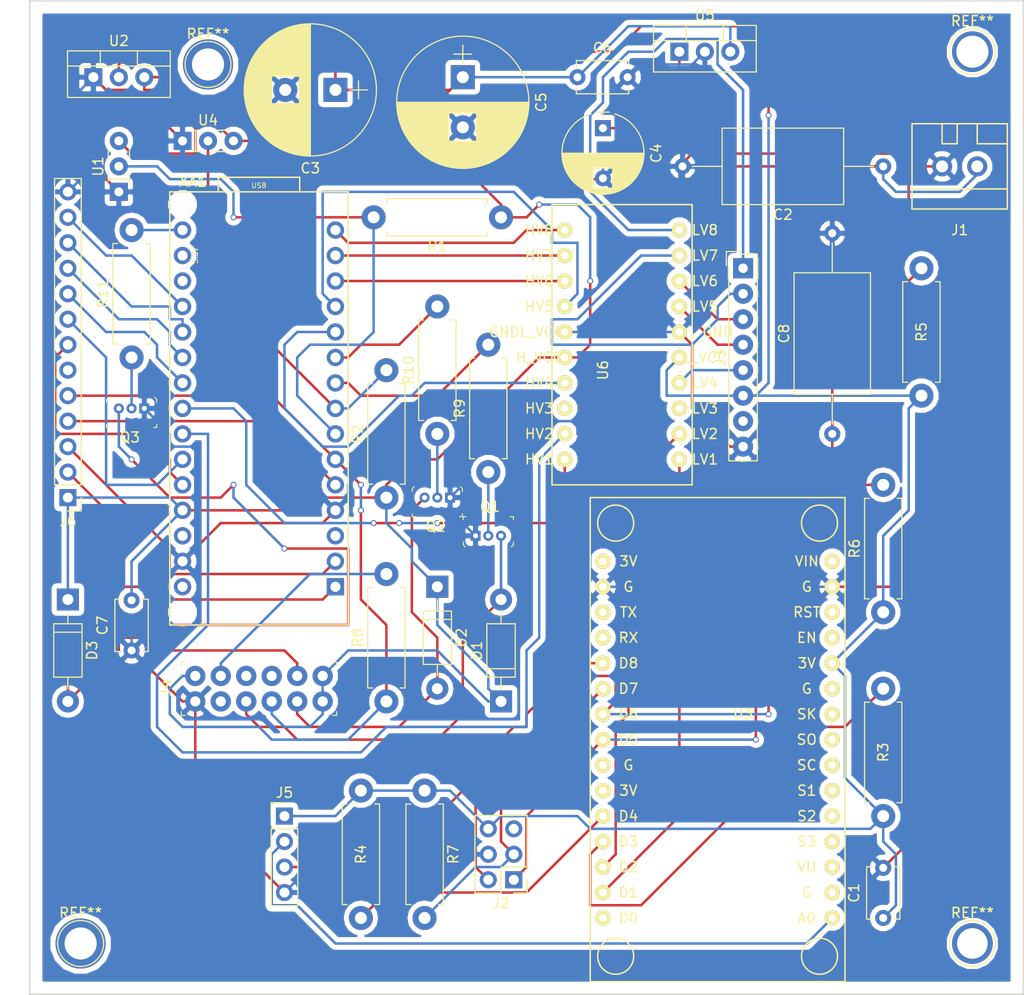
<source format=kicad_pcb>
(kicad_pcb (version 4) (host pcbnew 4.0.7)
  (layers (0 F.Cu signal) (31 B.Cu signal) (34 B.Paste user) (35 F.Paste user) (36 B.SilkS user) (37 F.SilkS user) (38 B.Mask user) (39 F.Mask user) (44 Edge.Cuts user))
  (net 0 "")
  (net 1 +3V3)
  (net 2 GND)
  (net 3 +12V)
  (net 4 R_SUD_2)
  (net 5 R_LAUT_2)
  (net 6 R_PUMP_2)
  (net 7 "Net-(J2-Pad2)")
  (net 8 "Net-(J2-Pad3)")
  (net 9 "Net-(J3-Pad1)")
  (net 10 "Net-(J3-Pad2)")
  (net 11 "Net-(J3-Pad3)")
  (net 12 "Net-(J3-Pad4)")
  (net 13 "Net-(J3-Pad5)")
  (net 14 "Net-(J4-Pad11)")
  (net 15 D3)
  (net 16 E_A0)
  (net 17 E_D8)
  (net 18 D0)
  (net 19 D1)
  (net 20 A0)
  (net 21 A1)
  (net 22 A2)
  (net 23 A6)
  (net 24 A3)
  (net 25 A7)
  (net 26 "Net-(Q1-Pad2)")
  (net 27 "Net-(Q2-Pad2)")
  (net 28 "Net-(Q3-Pad2)")
  (net 29 D4)
  (net 30 D5)
  (net 31 "Net-(R3-Pad2)")
  (net 32 "Net-(R4-Pad2)")
  (net 33 D6)
  (net 34 D7)
  (net 35 D13)
  (net 36 "Net-(U3-Pad28)")
  (net 37 "Net-(U3-Pad29)")
  (net 38 "Net-(U6-Pad11)")
  (net 39 "Net-(U6-Pad12)")
  (net 40 "Net-(U6-Pad13)")
  (net 41 "Net-(U6-Pad14)")
  (net 42 "Net-(U6-Pad17)")
  (net 43 "Net-(U6-Pad19)")
  (net 44 "Net-(U6-Pad20)")
  (net 45 "Net-(C8-Pad1)")
  (net 46 +5V)
  (net 47 D2)
  (module Arduino-Pretty:Arduino_Nano_Socket (layer F.Cu) (at 105.41 50.8 180)
    (fp_text reference XA1 (at 6.604 1.016 180) (layer F.SilkS))
    (fp_text value Arduino_Nano_Socket)
    (fp_text user USB (at 0 0.635 180) (layer F.SilkS) (effects (font (size 0.5 0.5) (thickness 0.075))))
    (fp_text user 3.3V (at 6.35 -6.35 270) (layer F.SilkS) (effects (font (size 0.5 0.5) (thickness 0.075))))
    (pad VIN thru_hole circle (at 7.62 -39.37 180) (size 1.7272 1.7272) (drill 1.016) (layers *.Cu *.Mask))
    (pad GND2 thru_hole circle (at 7.62 -36.83 180) (size 1.7272 1.7272) (drill 1.016) (layers *.Cu *.Mask) (net 2 GND))
    (pad RST2 thru_hole circle (at 7.62 -34.29 180) (size 1.7272 1.7272) (drill 1.016) (layers *.Cu *.Mask))
    (pad 5V thru_hole circle (at 7.62 -31.75 180) (size 1.7272 1.7272) (drill 1.016) (layers *.Cu *.Mask) (net 46 +5V))
    (pad A7 thru_hole circle (at 7.62 -29.21 180) (size 1.7272 1.7272) (drill 1.016) (layers *.Cu *.Mask) (net 25 A7))
    (pad A6 thru_hole circle (at 7.62 -26.67 180) (size 1.7272 1.7272) (drill 1.016) (layers *.Cu *.Mask) (net 23 A6))
    (pad A5 thru_hole circle (at 7.62 -24.13 180) (size 1.7272 1.7272) (drill 1.016) (layers *.Cu *.Mask) (net 43 "Net-(U6-Pad19)"))
    (pad A4 thru_hole circle (at 7.62 -21.59 180) (size 1.7272 1.7272) (drill 1.016) (layers *.Cu *.Mask) (net 44 "Net-(U6-Pad20)"))
    (pad A3 thru_hole circle (at 7.62 -19.05 180) (size 1.7272 1.7272) (drill 1.016) (layers *.Cu *.Mask) (net 24 A3))
    (pad A2 thru_hole circle (at 7.62 -16.51 180) (size 1.7272 1.7272) (drill 1.016) (layers *.Cu *.Mask) (net 22 A2))
    (pad A1 thru_hole circle (at 7.62 -13.97 180) (size 1.7272 1.7272) (drill 1.016) (layers *.Cu *.Mask) (net 21 A1))
    (pad A0 thru_hole circle (at 7.62 -11.43 180) (size 1.7272 1.7272) (drill 1.016) (layers *.Cu *.Mask) (net 20 A0))
    (pad AREF thru_hole circle (at 7.62 -8.89 180) (size 1.7272 1.7272) (drill 1.016) (layers *.Cu *.Mask))
    (pad 3V3 thru_hole circle (at 7.62 -6.35 180) (size 1.7272 1.7272) (drill 1.016) (layers *.Cu *.Mask))
    (pad D13 thru_hole circle (at 7.62 -3.81 180) (size 1.7272 1.7272) (drill 1.016) (layers *.Cu *.Mask) (net 35 D13))
    (pad D12 thru_hole circle (at -7.62 -3.81 180) (size 1.7272 1.7272) (drill 1.016) (layers *.Cu *.Mask) (net 38 "Net-(U6-Pad11)"))
    (pad D11 thru_hole circle (at -7.62 -6.35 180) (size 1.7272 1.7272) (drill 1.016) (layers *.Cu *.Mask) (net 39 "Net-(U6-Pad12)"))
    (pad D10 thru_hole circle (at -7.62 -8.89 180) (size 1.7272 1.7272) (drill 1.016) (layers *.Cu *.Mask) (net 40 "Net-(U6-Pad13)"))
    (pad D9 thru_hole circle (at -7.62 -11.43 180) (size 1.7272 1.7272) (drill 1.016) (layers *.Cu *.Mask) (net 41 "Net-(U6-Pad14)"))
    (pad D8 thru_hole circle (at -7.62 -13.97 180) (size 1.7272 1.7272) (drill 1.016) (layers *.Cu *.Mask) (net 42 "Net-(U6-Pad17)"))
    (pad D7 thru_hole circle (at -7.62 -16.51 180) (size 1.7272 1.7272) (drill 1.016) (layers *.Cu *.Mask) (net 34 D7))
    (pad D6 thru_hole circle (at -7.62 -19.05 180) (size 1.7272 1.7272) (drill 1.016) (layers *.Cu *.Mask) (net 33 D6))
    (pad D5 thru_hole circle (at -7.62 -21.59 180) (size 1.7272 1.7272) (drill 1.016) (layers *.Cu *.Mask) (net 30 D5))
    (pad D4 thru_hole circle (at -7.62 -24.13 180) (size 1.7272 1.7272) (drill 1.016) (layers *.Cu *.Mask) (net 29 D4))
    (pad D3 thru_hole circle (at -7.62 -26.67 180) (size 1.7272 1.7272) (drill 1.016) (layers *.Cu *.Mask) (net 15 D3))
    (pad D2 thru_hole circle (at -7.62 -29.21 180) (size 1.7272 1.7272) (drill 1.016) (layers *.Cu *.Mask) (net 47 D2))
    (pad GND1 thru_hole circle (at -7.62 -31.75 180) (size 1.7272 1.7272) (drill 1.016) (layers *.Cu *.Mask) (net 2 GND))
    (pad RST1 thru_hole circle (at -7.62 -34.29 180) (size 1.7272 1.7272) (drill 1.016) (layers *.Cu *.Mask))
    (pad D0 thru_hole circle (at -7.62 -36.83 180) (size 1.7272 1.7272) (drill 1.016) (layers *.Cu *.Mask) (net 18 D0))
    (pad D1 thru_hole rect (at -7.62 -39.37 180) (size 1.7272 1.7272) (drill 1.016) (layers *.Cu *.Mask) (net 19 D1))
    (pad "" np_thru_hole circle (at -7.62 -41.91 180) (size 1.85 1.85) (drill 1.85) (layers *.Cu *.Mask))
    (pad "" np_thru_hole circle (at 7.62 -41.91 180) (size 1.85 1.85) (drill 1.85) (layers *.Cu *.Mask))
    (pad "" np_thru_hole circle (at -7.62 -1.27 180) (size 1.85 1.85) (drill 1.85) (layers *.Cu *.Mask))
    (pad "" np_thru_hole circle (at 7.62 -1.27 180) (size 1.85 1.85) (drill 1.85) (layers *.Cu *.Mask))
  )
  (module Capacitors_THT:C_Disc_D5.1mm_W3.2mm_P5.00mm (layer F.Cu) (at 167.64 123.19 90)
    (fp_text reference C1 (at 2.5 -2.91 90) (layer F.SilkS))
    (fp_text value 100nF)
    (pad 1 thru_hole circle (at 0 0 90) (size 1.6 1.6) (drill 0.8) (layers *.Cu *.Mask) (net 1 +3V3))
    (pad 2 thru_hole circle (at 5 0 90) (size 1.6 1.6) (drill 0.8) (layers *.Cu *.Mask) (net 2 GND))
  )
  (module Capacitors_THT:C_Axial_L12.0mm_D7.5mm_P20.00mm_Horizontal (layer F.Cu) (at 167.64 48.26 180)
    (fp_text reference C2 (at 10 -4.81 180) (layer F.SilkS))
    (fp_text value 220nF)
    (pad 1 thru_hole circle (at 0 0 180) (size 1.6 1.6) (drill 0.8) (layers *.Cu *.Mask) (net 3 +12V))
    (pad 2 thru_hole oval (at 20 0 180) (size 1.6 1.6) (drill 0.8) (layers *.Cu *.Mask) (net 2 GND))
  )
  (module Capacitors_THT:CP_Radial_D13.0mm_P5.00mm (layer F.Cu) (at 113.03 40.64 180)
    (fp_text reference C3 (at 2.5 -7.81 180) (layer F.SilkS))
    (fp_text value 470µF)
    (pad 1 thru_hole rect (at 0 0 180) (size 2.4 2.4) (drill 1.2) (layers *.Cu *.Mask) (net 1 +3V3))
    (pad 2 thru_hole circle (at 5 0 180) (size 2.4 2.4) (drill 1.2) (layers *.Cu *.Mask) (net 2 GND))
  )
  (module Capacitors_THT:CP_Radial_D8.0mm_P5.00mm (layer F.Cu) (at 139.7 44.45 270)
    (fp_text reference C4 (at 2.5 -5.31 270) (layer F.SilkS))
    (fp_text value 100µF)
    (pad 1 thru_hole rect (at 0 0 270) (size 1.6 1.6) (drill 0.8) (layers *.Cu *.Mask) (net 3 +12V))
    (pad 2 thru_hole circle (at 5 0 270) (size 1.6 1.6) (drill 0.8) (layers *.Cu *.Mask) (net 2 GND))
  )
  (module Capacitors_THT:CP_Radial_D13.0mm_P5.00mm (layer F.Cu) (at 125.73 39.37 270)
    (fp_text reference C5 (at 2.5 -7.81 270) (layer F.SilkS))
    (fp_text value 220µF)
    (pad 1 thru_hole rect (at 0 0 270) (size 2.4 2.4) (drill 1.2) (layers *.Cu *.Mask) (net 46 +5V))
    (pad 2 thru_hole circle (at 5 0 270) (size 2.4 2.4) (drill 1.2) (layers *.Cu *.Mask) (net 2 GND))
  )
  (module Capacitors_THT:C_Disc_D5.1mm_W3.2mm_P5.00mm (layer F.Cu) (at 137.16 39.37)
    (fp_text reference C6 (at 2.5 -2.91) (layer F.SilkS))
    (fp_text value 100nF)
    (pad 1 thru_hole circle (at 0 0) (size 1.6 1.6) (drill 0.8) (layers *.Cu *.Mask) (net 46 +5V))
    (pad 2 thru_hole circle (at 5 0) (size 1.6 1.6) (drill 0.8) (layers *.Cu *.Mask) (net 2 GND))
  )
  (module Capacitors_THT:C_Disc_D5.1mm_W3.2mm_P5.00mm (layer F.Cu) (at 92.71 96.52 90)
    (fp_text reference C7 (at 2.5 -2.91 90) (layer F.SilkS))
    (fp_text value 100nF)
    (pad 1 thru_hole circle (at 0 0 90) (size 1.6 1.6) (drill 0.8) (layers *.Cu *.Mask) (net 2 GND))
    (pad 2 thru_hole circle (at 5 0 90) (size 1.6 1.6) (drill 0.8) (layers *.Cu *.Mask) (net 46 +5V))
  )
  (module Diodes_THT:D_DO-41_SOD81_P10.16mm_Horizontal (layer F.Cu) (at 129.54 101.6 90)
    (fp_text reference D1 (at 5.08 -2.41 90) (layer F.SilkS))
    (fp_text value 1N4007)
    (pad 1 thru_hole rect (at 0 0 90) (size 2.2 2.2) (drill 1.1) (layers *.Cu *.Mask) (net 46 +5V))
    (pad 2 thru_hole oval (at 10.16 0 90) (size 2.2 2.2) (drill 1.1) (layers *.Cu *.Mask) (net 4 R_SUD_2))
  )
  (module Diodes_THT:D_DO-41_SOD81_P10.16mm_Horizontal (layer F.Cu) (at 86.36 91.44 270)
    (fp_text reference D3 (at 5.08 -2.41 270) (layer F.SilkS))
    (fp_text value 1N4007)
    (pad 1 thru_hole rect (at 0 0 270) (size 2.2 2.2) (drill 1.1) (layers *.Cu *.Mask) (net 46 +5V))
    (pad 2 thru_hole oval (at 10.16 0 270) (size 2.2 2.2) (drill 1.1) (layers *.Cu *.Mask) (net 6 R_PUMP_2))
  )
  (module Connectors_WAGO:WAGO_734_2pin_Straight (layer F.Cu) (at 175.26 48.26 180)
    (fp_text reference J1 (at 0 -6.35 180) (layer F.SilkS))
    (fp_text value Conn_01x02)
    (pad 2 thru_hole circle (at 1.75006 0 180) (size 1.99898 1.99898) (drill 1.19888) (layers *.Cu *.Mask) (net 2 GND))
    (pad 1 thru_hole circle (at -1.75006 0 180) (size 1.99898 1.99898) (drill 1.19888) (layers *.Cu *.Mask) (net 3 +12V))
  )
  (module Connectors_Samtec:SL-108-X-XX_1x08 (layer F.Cu) (at 153.67 58.42)
    (fp_text reference J3 (at -2.27 8.89 90) (layer F.SilkS))
    (fp_text value LCD)
    (pad 1 thru_hole rect (at 0 0) (size 2 2) (drill 0.95) (layers *.Cu *.Mask) (net 9 "Net-(J3-Pad1)"))
    (pad 2 thru_hole circle (at 0 2.54) (size 2 2) (drill 0.95) (layers *.Cu *.Mask) (net 10 "Net-(J3-Pad2)"))
    (pad 3 thru_hole circle (at 0 5.08) (size 2 2) (drill 0.95) (layers *.Cu *.Mask) (net 11 "Net-(J3-Pad3)"))
    (pad 4 thru_hole circle (at 0 7.62) (size 2 2) (drill 0.95) (layers *.Cu *.Mask) (net 12 "Net-(J3-Pad4)"))
    (pad 5 thru_hole circle (at 0 10.16) (size 2 2) (drill 0.95) (layers *.Cu *.Mask) (net 13 "Net-(J3-Pad5)"))
    (pad 6 thru_hole circle (at 0 12.7) (size 2 2) (drill 0.95) (layers *.Cu *.Mask) (net 1 +3V3))
    (pad 7 thru_hole circle (at 0 15.24) (size 2 2) (drill 0.95) (layers *.Cu *.Mask))
    (pad 8 thru_hole circle (at 0 17.78) (size 2 2) (drill 0.95) (layers *.Cu *.Mask) (net 2 GND))
  )
  (module Resistors_THT:R_Axial_DIN0411_L9.9mm_D3.6mm_P12.70mm_Horizontal (layer F.Cu) (at 129.54 53.34 180)
    (fp_text reference R1 (at 6.35 -2.86 180) (layer F.SilkS))
    (fp_text value 10k)
    (pad 1 thru_hole circle (at 0 0 180) (size 2.4 2.4) (drill 1.2) (layers *.Cu *.Mask) (net 46 +5V))
    (pad 2 thru_hole oval (at 12.7 0 180) (size 2.4 2.4) (drill 1.2) (layers *.Cu *.Mask) (net 29 D4))
  )
  (module Resistors_THT:R_Axial_DIN0411_L9.9mm_D3.6mm_P12.70mm_Horizontal (layer F.Cu) (at 118.11 81.28 90)
    (fp_text reference R2 (at 6.35 -2.86 90) (layer F.SilkS))
    (fp_text value 10k)
    (pad 1 thru_hole circle (at 0 0 90) (size 2.4 2.4) (drill 1.2) (layers *.Cu *.Mask) (net 46 +5V))
    (pad 2 thru_hole oval (at 12.7 0 90) (size 2.4 2.4) (drill 1.2) (layers *.Cu *.Mask) (net 30 D5))
  )
  (module Resistors_THT:R_Axial_DIN0411_L9.9mm_D3.6mm_P12.70mm_Horizontal (layer F.Cu) (at 167.64 113.03 90)
    (fp_text reference R3 (at 6.35 0 90) (layer F.SilkS))
    (fp_text value 4,7k)
    (pad 1 thru_hole circle (at 0 0 90) (size 2.4 2.4) (drill 1.2) (layers *.Cu *.Mask) (net 1 +3V3))
    (pad 2 thru_hole oval (at 12.7 0 90) (size 2.4 2.4) (drill 1.2) (layers *.Cu *.Mask) (net 31 "Net-(R3-Pad2)"))
  )
  (module Resistors_THT:R_Axial_DIN0411_L9.9mm_D3.6mm_P12.70mm_Horizontal (layer F.Cu) (at 115.57 110.49 270)
    (fp_text reference R4 (at 6.35 0 270) (layer F.SilkS))
    (fp_text value 4,7k)
    (pad 1 thru_hole circle (at 0 0 270) (size 2.4 2.4) (drill 1.2) (layers *.Cu *.Mask) (net 1 +3V3))
    (pad 2 thru_hole oval (at 12.7 0 270) (size 2.4 2.4) (drill 1.2) (layers *.Cu *.Mask) (net 32 "Net-(R4-Pad2)"))
  )
  (module Resistors_THT:R_Axial_DIN0411_L9.9mm_D3.6mm_P12.70mm_Horizontal (layer F.Cu) (at 171.45 71.12 90)
    (fp_text reference R5 (at 6.35 0 90) (layer F.SilkS))
    (fp_text value 4,7k)
    (pad 1 thru_hole circle (at 0 0 90) (size 2.4 2.4) (drill 1.2) (layers *.Cu *.Mask) (net 1 +3V3))
    (pad 2 thru_hole oval (at 12.7 0 90) (size 2.4 2.4) (drill 1.2) (layers *.Cu *.Mask) (net 45 "Net-(C8-Pad1)"))
  )
  (module Resistors_THT:R_Axial_DIN0411_L9.9mm_D3.6mm_P12.70mm_Horizontal (layer F.Cu) (at 167.64 92.71 90)
    (fp_text reference R6 (at 6.35 -2.86 90) (layer F.SilkS))
    (fp_text value 4,7k)
    (pad 1 thru_hole circle (at 0 0 90) (size 2.4 2.4) (drill 1.2) (layers *.Cu *.Mask) (net 1 +3V3))
    (pad 2 thru_hole oval (at 12.7 0 90) (size 2.4 2.4) (drill 1.2) (layers *.Cu *.Mask) (net 7 "Net-(J2-Pad2)"))
  )
  (module Resistors_THT:R_Axial_DIN0411_L9.9mm_D3.6mm_P12.70mm_Horizontal (layer F.Cu) (at 121.92 110.49 270)
    (fp_text reference R7 (at 6.35 -2.86 270) (layer F.SilkS))
    (fp_text value 4,7k)
    (pad 1 thru_hole circle (at 0 0 270) (size 2.4 2.4) (drill 1.2) (layers *.Cu *.Mask) (net 1 +3V3))
    (pad 2 thru_hole oval (at 12.7 0 270) (size 2.4 2.4) (drill 1.2) (layers *.Cu *.Mask) (net 8 "Net-(J2-Pad3)"))
  )
  (module Resistors_THT:R_Axial_DIN0411_L9.9mm_D3.6mm_P12.70mm_Horizontal (layer F.Cu) (at 118.11 101.6 90)
    (fp_text reference R8 (at 6.35 -2.86 90) (layer F.SilkS))
    (fp_text value 100R)
    (pad 1 thru_hole circle (at 0 0 90) (size 2.4 2.4) (drill 1.2) (layers *.Cu *.Mask) (net 15 D3))
    (pad 2 thru_hole oval (at 12.7 0 90) (size 2.4 2.4) (drill 1.2) (layers *.Cu *.Mask) (net 14 "Net-(J4-Pad11)"))
  )
  (module Resistors_THT:R_Axial_DIN0411_L9.9mm_D3.6mm_P12.70mm_Horizontal (layer F.Cu) (at 128.27 78.74 90)
    (fp_text reference R9 (at 6.35 -2.86 90) (layer F.SilkS))
    (fp_text value 1k)
    (pad 1 thru_hole circle (at 0 0 90) (size 2.4 2.4) (drill 1.2) (layers *.Cu *.Mask) (net 26 "Net-(Q1-Pad2)"))
    (pad 2 thru_hole oval (at 12.7 0 90) (size 2.4 2.4) (drill 1.2) (layers *.Cu *.Mask) (net 33 D6))
  )
  (module Resistors_THT:R_Axial_DIN0411_L9.9mm_D3.6mm_P12.70mm_Horizontal (layer F.Cu) (at 123.19 74.93 90)
    (fp_text reference R10 (at 6.35 -2.86 90) (layer F.SilkS))
    (fp_text value 1k)
    (pad 1 thru_hole circle (at 0 0 90) (size 2.4 2.4) (drill 1.2) (layers *.Cu *.Mask) (net 27 "Net-(Q2-Pad2)"))
    (pad 2 thru_hole oval (at 12.7 0 90) (size 2.4 2.4) (drill 1.2) (layers *.Cu *.Mask) (net 34 D7))
  )
  (module Resistors_THT:R_Axial_DIN0411_L9.9mm_D3.6mm_P12.70mm_Horizontal (layer F.Cu) (at 92.71 67.31 90)
    (fp_text reference R11 (at 6.35 -2.86 90) (layer F.SilkS))
    (fp_text value 1k)
    (pad 1 thru_hole circle (at 0 0 90) (size 2.4 2.4) (drill 1.2) (layers *.Cu *.Mask) (net 28 "Net-(Q3-Pad2)"))
    (pad 2 thru_hole oval (at 12.7 0 90) (size 2.4 2.4) (drill 1.2) (layers *.Cu *.Mask) (net 35 D13))
  )
  (module ESP8266:NodeMCU1.0_Small (layer F.Cu) (at 151.13 106.68 180)
    (fp_text reference U3 (at -2.54 3.81 180) (layer F.SilkS))
    (fp_text value "NodeMCU1.0(ESP-12E)")
    (fp_text user VIN (at -8.89 19.05 180) (layer F.SilkS))
    (fp_text user G (at -8.89 16.51 180) (layer F.SilkS))
    (fp_text user RST (at -8.89 13.97 180) (layer F.SilkS))
    (fp_text user EN (at -8.89 11.43 180) (layer F.SilkS))
    (fp_text user 3V (at -8.89 8.89 180) (layer F.SilkS))
    (fp_text user G (at -8.89 6.35 180) (layer F.SilkS))
    (fp_text user SK (at -8.89 3.81 180) (layer F.SilkS))
    (fp_text user SO (at -8.89 1.27 180) (layer F.SilkS))
    (fp_text user SC (at -8.89 -1.27 180) (layer F.SilkS))
    (fp_text user S1 (at -8.89 -3.81 180) (layer F.SilkS))
    (fp_text user S2 (at -8.89 -6.35 180) (layer F.SilkS))
    (fp_text user S3 (at -8.89 -8.89 180) (layer F.SilkS))
    (fp_text user VU (at -8.89 -11.43 180) (layer F.SilkS))
    (fp_text user G (at -8.89 -13.97 180) (layer F.SilkS))
    (fp_text user A0 (at -8.89 -16.51 180) (layer F.SilkS))
    (fp_text user 3V (at 8.89 19.05 180) (layer F.SilkS))
    (fp_text user G (at 8.89 16.51 180) (layer F.SilkS))
    (fp_text user TX (at 8.89 13.97 180) (layer F.SilkS))
    (fp_text user RX (at 8.89 11.43 180) (layer F.SilkS))
    (fp_text user D8 (at 8.89 8.89 180) (layer F.SilkS))
    (fp_text user D7 (at 8.89 6.35 180) (layer F.SilkS))
    (fp_text user D6 (at 8.89 3.81 180) (layer F.SilkS))
    (fp_text user D5 (at 8.89 1.27 180) (layer F.SilkS))
    (fp_text user G (at 8.89 -1.27 180) (layer F.SilkS))
    (fp_text user 3V (at 8.89 -3.81 180) (layer F.SilkS))
    (fp_text user D4 (at 8.89 -6.35 180) (layer F.SilkS))
    (fp_text user D3 (at 8.89 -8.89 180) (layer F.SilkS))
    (fp_text user D2 (at 8.89 -11.43 180) (layer F.SilkS))
    (fp_text user D1 (at 8.89 -13.97 180) (layer F.SilkS))
    (fp_text user D0 (at 8.89 -16.51 180) (layer F.SilkS))
    (pad 1 thru_hole circle (at -11.43 -16.51 180) (size 1.524 1.524) (drill 0.762) (layers *.Cu *.Mask F.SilkS) (net 16 E_A0))
    (pad 2 thru_hole circle (at -11.43 -13.97 180) (size 1.524 1.524) (drill 0.762) (layers *.Cu *.Mask F.SilkS))
    (pad 3 thru_hole circle (at -11.43 -11.43 180) (size 1.524 1.524) (drill 0.762) (layers *.Cu *.Mask F.SilkS))
    (pad 4 thru_hole circle (at -11.43 -8.89 180) (size 1.524 1.524) (drill 0.762) (layers *.Cu *.Mask F.SilkS))
    (pad 5 thru_hole circle (at -11.43 -6.35 180) (size 1.524 1.524) (drill 0.762) (layers *.Cu *.Mask F.SilkS))
    (pad 6 thru_hole circle (at -11.43 -3.81 180) (size 1.524 1.524) (drill 0.762) (layers *.Cu *.Mask F.SilkS))
    (pad 7 thru_hole circle (at -11.43 -1.27 180) (size 1.524 1.524) (drill 0.762) (layers *.Cu *.Mask F.SilkS))
    (pad 8 thru_hole circle (at -11.43 1.27 180) (size 1.524 1.524) (drill 0.762) (layers *.Cu *.Mask F.SilkS))
    (pad 9 thru_hole circle (at -11.43 3.81 180) (size 1.524 1.524) (drill 0.762) (layers *.Cu *.Mask F.SilkS))
    (pad 10 thru_hole circle (at -11.43 6.35 180) (size 1.524 1.524) (drill 0.762) (layers *.Cu *.Mask F.SilkS))
    (pad 11 thru_hole circle (at -11.43 8.89 180) (size 1.524 1.524) (drill 0.762) (layers *.Cu *.Mask F.SilkS) (net 1 +3V3))
    (pad 12 thru_hole circle (at -11.43 11.43 180) (size 1.524 1.524) (drill 0.762) (layers *.Cu *.Mask F.SilkS))
    (pad 13 thru_hole circle (at -11.43 13.97 180) (size 1.524 1.524) (drill 0.762) (layers *.Cu *.Mask F.SilkS))
    (pad 14 thru_hole circle (at -11.43 16.51 180) (size 1.524 1.524) (drill 0.762) (layers *.Cu *.Mask F.SilkS) (net 2 GND))
    (pad 15 thru_hole circle (at -11.43 19.05 180) (size 1.524 1.524) (drill 0.762) (layers *.Cu *.Mask F.SilkS))
    (pad 16 thru_hole circle (at 11.43 19.05 180) (size 1.524 1.524) (drill 0.762) (layers *.Cu *.Mask F.SilkS))
    (pad 17 thru_hole circle (at 11.43 16.51 180) (size 1.524 1.524) (drill 0.762) (layers *.Cu *.Mask F.SilkS) (net 2 GND))
    (pad 18 thru_hole circle (at 11.43 13.97 180) (size 1.524 1.524) (drill 0.762) (layers *.Cu *.Mask F.SilkS))
    (pad 19 thru_hole circle (at 11.43 11.43 180) (size 1.524 1.524) (drill 0.762) (layers *.Cu *.Mask F.SilkS))
    (pad 20 thru_hole circle (at 11.43 8.89 180) (size 1.524 1.524) (drill 0.762) (layers *.Cu *.Mask F.SilkS) (net 17 E_D8))
    (pad 21 thru_hole circle (at 11.43 6.35 180) (size 1.524 1.524) (drill 0.762) (layers *.Cu *.Mask F.SilkS) (net 8 "Net-(J2-Pad3)"))
    (pad 22 thru_hole circle (at 11.43 3.81 180) (size 1.524 1.524) (drill 0.762) (layers *.Cu *.Mask F.SilkS) (net 7 "Net-(J2-Pad2)"))
    (pad 23 thru_hole circle (at 11.43 1.27 180) (size 1.524 1.524) (drill 0.762) (layers *.Cu *.Mask F.SilkS) (net 45 "Net-(C8-Pad1)"))
    (pad 24 thru_hole circle (at 11.43 -1.27 180) (size 1.524 1.524) (drill 0.762) (layers *.Cu *.Mask F.SilkS))
    (pad 25 thru_hole circle (at 11.43 -3.81 180) (size 1.524 1.524) (drill 0.762) (layers *.Cu *.Mask F.SilkS))
    (pad 26 thru_hole circle (at 11.43 -6.35 180) (size 1.524 1.524) (drill 0.762) (layers *.Cu *.Mask F.SilkS) (net 32 "Net-(R4-Pad2)"))
    (pad 27 thru_hole circle (at 11.43 -8.89 180) (size 1.524 1.524) (drill 0.762) (layers *.Cu *.Mask F.SilkS) (net 31 "Net-(R3-Pad2)"))
    (pad 28 thru_hole circle (at 11.43 -11.43 180) (size 1.524 1.524) (drill 0.762) (layers *.Cu *.Mask F.SilkS) (net 36 "Net-(U3-Pad28)"))
    (pad 29 thru_hole circle (at 11.43 -13.97 180) (size 1.524 1.524) (drill 0.762) (layers *.Cu *.Mask F.SilkS) (net 37 "Net-(U3-Pad29)"))
    (pad 30 thru_hole circle (at 11.43 -16.51 180) (size 1.524 1.524) (drill 0.762) (layers *.Cu *.Mask F.SilkS))
  )
  (module Arduino-Pretty:Level-Shifter_8_Channels (layer F.Cu) (at 142.24 66.04 180)
    (fp_text reference U6 (at 2.54 -2.54 270) (layer F.SilkS))
    (fp_text value 8-CH_LevelShifter)
    (fp_text user GNDL_VCC (at 10.16 1.27 180) (layer F.SilkS))
    (fp_text user H_VCC (at 8.89 -1.27 180) (layer F.SilkS))
    (fp_text user HV8 (at 8.89 11.43 180) (layer F.SilkS))
    (fp_text user HV7 (at 8.89 8.89 180) (layer F.SilkS))
    (fp_text user HV6 (at 8.89 6.35 180) (layer F.SilkS))
    (fp_text user HV5 (at 8.89 3.81 180) (layer F.SilkS))
    (fp_text user HV4 (at 8.89 -3.81 180) (layer F.SilkS))
    (fp_text user HV3 (at 8.89 -6.35 180) (layer F.SilkS))
    (fp_text user HV2 (at 8.89 -8.89 180) (layer F.SilkS))
    (fp_text user HV1 (at 8.89 -11.43 180) (layer F.SilkS))
    (fp_text user LV8 (at -7.62 11.43 180) (layer F.SilkS))
    (fp_text user LV7 (at -7.62 8.89 180) (layer F.SilkS))
    (fp_text user LV6 (at -7.62 6.35 180) (layer F.SilkS))
    (fp_text user LV5 (at -7.62 3.81 180) (layer F.SilkS))
    (fp_text user GND (at -8.89 1.27 180) (layer F.SilkS))
    (fp_text user L_VCC (at -7.62 -1.27 180) (layer F.SilkS))
    (fp_text user LV4 (at -7.62 -3.81 180) (layer F.SilkS))
    (fp_text user LV3 (at -7.62 -6.35 180) (layer F.SilkS))
    (fp_text user LV2 (at -7.62 -8.89 180) (layer F.SilkS))
    (fp_text user LV1 (at -7.62 -11.43 180) (layer F.SilkS))
    (pad 1 thru_hole circle (at -5.08 -11.43 180) (size 1.524 1.524) (drill 0.762) (layers *.Cu *.Mask F.SilkS) (net 37 "Net-(U3-Pad29)"))
    (pad 2 thru_hole circle (at -5.08 -8.89 180) (size 1.524 1.524) (drill 0.762) (layers *.Cu *.Mask F.SilkS) (net 36 "Net-(U3-Pad28)"))
    (pad 3 thru_hole circle (at -5.08 -6.35 180) (size 1.524 1.524) (drill 0.762) (layers *.Cu *.Mask F.SilkS))
    (pad 4 thru_hole circle (at -5.08 -3.81 180) (size 1.524 1.524) (drill 0.762) (layers *.Cu *.Mask F.SilkS) (net 13 "Net-(J3-Pad5)"))
    (pad 5 thru_hole circle (at -5.08 -1.27 180) (size 1.524 1.524) (drill 0.762) (layers *.Cu *.Mask F.SilkS) (net 1 +3V3))
    (pad 6 thru_hole circle (at -5.08 1.27 180) (size 1.524 1.524) (drill 0.762) (layers *.Cu *.Mask F.SilkS) (net 2 GND))
    (pad 7 thru_hole circle (at -5.08 3.81 180) (size 1.524 1.524) (drill 0.762) (layers *.Cu *.Mask F.SilkS) (net 12 "Net-(J3-Pad4)"))
    (pad 8 thru_hole circle (at -5.08 6.35 180) (size 1.524 1.524) (drill 0.762) (layers *.Cu *.Mask F.SilkS) (net 11 "Net-(J3-Pad3)"))
    (pad 9 thru_hole circle (at -5.08 8.89 180) (size 1.524 1.524) (drill 0.762) (layers *.Cu *.Mask F.SilkS) (net 10 "Net-(J3-Pad2)"))
    (pad 10 thru_hole circle (at -5.08 11.43 180) (size 1.524 1.524) (drill 0.762) (layers *.Cu *.Mask F.SilkS) (net 9 "Net-(J3-Pad1)"))
    (pad 11 thru_hole circle (at 6.35 11.43 180) (size 1.524 1.524) (drill 0.762) (layers *.Cu *.Mask F.SilkS) (net 38 "Net-(U6-Pad11)"))
    (pad 12 thru_hole circle (at 6.35 8.89 180) (size 1.524 1.524) (drill 0.762) (layers *.Cu *.Mask F.SilkS) (net 39 "Net-(U6-Pad12)"))
    (pad 13 thru_hole circle (at 6.35 6.35 180) (size 1.524 1.524) (drill 0.762) (layers *.Cu *.Mask F.SilkS) (net 40 "Net-(U6-Pad13)"))
    (pad 14 thru_hole circle (at 6.35 3.81 180) (size 1.524 1.524) (drill 0.762) (layers *.Cu *.Mask F.SilkS) (net 41 "Net-(U6-Pad14)"))
    (pad 15 thru_hole circle (at 6.35 1.27 180) (size 1.524 1.524) (drill 0.762) (layers *.Cu *.Mask F.SilkS) (net 2 GND))
    (pad 16 thru_hole circle (at 6.35 -1.27 180) (size 1.524 1.524) (drill 0.762) (layers *.Cu *.Mask F.SilkS) (net 46 +5V))
    (pad 17 thru_hole circle (at 6.35 -3.81 180) (size 1.524 1.524) (drill 0.762) (layers *.Cu *.Mask F.SilkS) (net 42 "Net-(U6-Pad17)"))
    (pad 18 thru_hole circle (at 6.35 -6.35 180) (size 1.524 1.524) (drill 0.762) (layers *.Cu *.Mask F.SilkS))
    (pad 19 thru_hole circle (at 6.35 -8.89 180) (size 1.524 1.524) (drill 0.762) (layers *.Cu *.Mask F.SilkS) (net 43 "Net-(U6-Pad19)"))
    (pad 20 thru_hole circle (at 6.35 -11.43 180) (size 1.524 1.524) (drill 0.762) (layers *.Cu *.Mask F.SilkS) (net 44 "Net-(U6-Pad20)"))
  )
  (module Capacitors_THT:C_Axial_L12.0mm_D7.5mm_P20.00mm_Horizontal (layer F.Cu) (at 162.56 74.93 90)
    (fp_text reference C8 (at 10 -4.81 90) (layer F.SilkS))
    (fp_text value 10nF)
    (pad 1 thru_hole circle (at 0 0 90) (size 1.6 1.6) (drill 0.8) (layers *.Cu *.Mask) (net 45 "Net-(C8-Pad1)"))
    (pad 2 thru_hole oval (at 20 0 90) (size 1.6 1.6) (drill 0.8) (layers *.Cu *.Mask) (net 2 GND))
  )
  (module Diodes_THT:D_DO-41_SOD81_P10.16mm_Horizontal (layer F.Cu) (at 123.19 90.17 270)
    (fp_text reference D2 (at 5.08 -2.41 270) (layer F.SilkS))
    (fp_text value 1N4007)
    (pad 1 thru_hole rect (at 0 0 270) (size 2.2 2.2) (drill 1.1) (layers *.Cu *.Mask) (net 46 +5V))
    (pad 2 thru_hole oval (at 10.16 0 270) (size 2.2 2.2) (drill 1.1) (layers *.Cu *.Mask) (net 5 R_LAUT_2))
  )
  (module digikey-footprints:PinHeader_6x2_P2.54mm_Vertical (layer F.Cu) (at 99.06 101.6 90)
    (fp_text reference J4 (at 1.35 -2.93 90) (layer F.SilkS))
    (fp_text value "Buzzer & Relais")
    (pad 1 thru_hole circle (at 0 0 90) (size 2.02 2.02) (drill 1.02) (layers *.Cu *.Mask) (net 2 GND))
    (pad 2 thru_hole circle (at 0 2.54 90) (size 2.02 2.02) (drill 1.02) (layers *.Cu *.Mask))
    (pad 3 thru_hole circle (at 0 5.08 90) (size 2.02 2.02) (drill 1.02) (layers *.Cu *.Mask) (net 4 R_SUD_2))
    (pad 4 thru_hole circle (at 0 7.62 90) (size 2.02 2.02) (drill 1.02) (layers *.Cu *.Mask) (net 46 +5V))
    (pad 5 thru_hole circle (at 0 10.16 90) (size 2.02 2.02) (drill 1.02) (layers *.Cu *.Mask) (net 5 R_LAUT_2))
    (pad 6 thru_hole circle (at 0 12.7 90) (size 2.02 2.02) (drill 1.02) (layers *.Cu *.Mask) (net 46 +5V))
    (pad 7 thru_hole circle (at 2.54 12.7 90) (size 2.02 2.02) (drill 1.02) (layers *.Cu *.Mask) (net 46 +5V))
    (pad 8 thru_hole circle (at 2.54 10.16 90) (size 2.02 2.02) (drill 1.02) (layers *.Cu *.Mask) (net 6 R_PUMP_2))
    (pad 9 thru_hole circle (at 2.54 7.62 90) (size 2.02 2.02) (drill 1.02) (layers *.Cu *.Mask))
    (pad 10 thru_hole circle (at 2.54 5.08 90) (size 2.02 2.02) (drill 1.02) (layers *.Cu *.Mask))
    (pad 11 thru_hole circle (at 2.54 2.54 90) (size 2.02 2.02) (drill 1.02) (layers *.Cu *.Mask) (net 14 "Net-(J4-Pad11)"))
    (pad 12 thru_hole circle (at 2.54 0 90) (size 2.02 2.02) (drill 1.02) (layers *.Cu *.Mask) (net 15 D3))
  )
  (module digikey-footprints:TO-92-3 (layer F.Cu) (at 127 85.09)
    (fp_text reference Q1 (at 1.44 -2.89) (layer F.SilkS))
    (fp_text value 2N2222)
    (pad 1 thru_hole rect (at 0 0) (size 1 1) (drill 0.5) (layers *.Cu *.Mask) (net 2 GND))
    (pad 2 thru_hole circle (at 1.27 0) (size 1 1) (drill 0.5) (layers *.Cu *.Mask) (net 26 "Net-(Q1-Pad2)"))
    (pad 3 thru_hole circle (at 2.54 0) (size 1 1) (drill 0.5) (layers *.Cu *.Mask) (net 4 R_SUD_2))
  )
  (module digikey-footprints:TO-92-3 (layer F.Cu) (at 124.46 81.28 180)
    (fp_text reference Q2 (at 1.44 -2.89 180) (layer F.SilkS))
    (fp_text value 2N2222)
    (pad 1 thru_hole rect (at 0 0 180) (size 1 1) (drill 0.5) (layers *.Cu *.Mask) (net 2 GND))
    (pad 2 thru_hole circle (at 1.27 0 180) (size 1 1) (drill 0.5) (layers *.Cu *.Mask) (net 27 "Net-(Q2-Pad2)"))
    (pad 3 thru_hole circle (at 2.54 0 180) (size 1 1) (drill 0.5) (layers *.Cu *.Mask) (net 5 R_LAUT_2))
  )
  (module digikey-footprints:TO-92-3 (layer F.Cu) (at 93.98 72.39 180)
    (fp_text reference Q3 (at 1.44 -2.89 180) (layer F.SilkS))
    (fp_text value 2N2222)
    (pad 1 thru_hole rect (at 0 0 180) (size 1 1) (drill 0.5) (layers *.Cu *.Mask) (net 2 GND))
    (pad 2 thru_hole circle (at 1.27 0 180) (size 1 1) (drill 0.5) (layers *.Cu *.Mask) (net 28 "Net-(Q3-Pad2)"))
    (pad 3 thru_hole circle (at 2.54 0 180) (size 1 1) (drill 0.5) (layers *.Cu *.Mask) (net 6 R_PUMP_2))
  )
  (module TO_SOT_Packages_THT:TO-220-3_Vertical (layer F.Cu) (at 88.9 39.37)
    (fp_text reference U2 (at 2.54 -3.62) (layer F.SilkS))
    (fp_text value LD1117V33)
    (pad 1 thru_hole rect (at 0 0) (size 1.8 1.8) (drill 1) (layers *.Cu *.Mask) (net 2 GND))
    (pad 2 thru_hole oval (at 2.54 0) (size 1.8 1.8) (drill 1) (layers *.Cu *.Mask) (net 1 +3V3))
    (pad 3 thru_hole oval (at 5.08 0) (size 1.8 1.8) (drill 1) (layers *.Cu *.Mask) (net 46 +5V))
  )
  (module TO_SOT_Packages_THT:TO-220-3_Vertical (layer F.Cu) (at 147.32 36.83)
    (fp_text reference U5 (at 2.54 -3.62) (layer F.SilkS))
    (fp_text value V7805-1000)
    (pad 1 thru_hole rect (at 0 0) (size 1.8 1.8) (drill 1) (layers *.Cu *.Mask) (net 3 +12V))
    (pad 2 thru_hole oval (at 2.54 0) (size 1.8 1.8) (drill 1) (layers *.Cu *.Mask) (net 2 GND))
    (pad 3 thru_hole oval (at 5.08 0) (size 1.8 1.8) (drill 1) (layers *.Cu *.Mask) (net 46 +5V))
  )
  (module LEDs:LED_Rectangular_W5.0mm_H2.0mm-3pins (layer F.Cu) (at 91.44 50.8 90)
    (fp_text reference U1 (at 2.54 -2.06 90) (layer F.SilkS))
    (fp_text value DS18B20_)
    (pad 1 thru_hole rect (at 0 0 90) (size 1.8 1.8) (drill 0.9) (layers *.Cu *.Mask) (net 2 GND))
    (pad 2 thru_hole circle (at 2.54 0 90) (size 1.8 1.8) (drill 0.9) (layers *.Cu *.Mask) (net 29 D4))
    (pad 3 thru_hole circle (at 5.08 0 90) (size 1.8 1.8) (drill 0.9) (layers *.Cu *.Mask) (net 46 +5V))
  )
  (module LEDs:LED_Rectangular_W5.0mm_H2.0mm-3pins (layer F.Cu) (at 97.79 45.72)
    (fp_text reference U4 (at 2.54 -2.06) (layer F.SilkS))
    (fp_text value DS18B20_)
    (pad 1 thru_hole rect (at 0 0) (size 1.8 1.8) (drill 0.9) (layers *.Cu *.Mask) (net 2 GND))
    (pad 2 thru_hole circle (at 2.54 0) (size 1.8 1.8) (drill 0.9) (layers *.Cu *.Mask) (net 30 D5))
    (pad 3 thru_hole circle (at 5.08 0) (size 1.8 1.8) (drill 0.9) (layers *.Cu *.Mask) (net 46 +5V))
  )
  (module Pin_Headers:Pin_Header_Straight_2x03_Pitch2.54mm (layer F.Cu) (at 130.81 119.38 180)
    (fp_text reference J2 (at 1.27 -2.33 180) (layer F.SilkS))
    (fp_text value Rotary)
    (pad 1 thru_hole rect (at 0 0 180) (size 1.7 1.7) (drill 1) (layers *.Cu *.Mask) (net 45 "Net-(C8-Pad1)"))
    (pad 2 thru_hole oval (at 2.54 0 180) (size 1.7 1.7) (drill 1) (layers *.Cu *.Mask) (net 7 "Net-(J2-Pad2)"))
    (pad 3 thru_hole oval (at 0 2.54 180) (size 1.7 1.7) (drill 1) (layers *.Cu *.Mask) (net 8 "Net-(J2-Pad3)"))
    (pad 4 thru_hole oval (at 2.54 2.54 180) (size 1.7 1.7) (drill 1) (layers *.Cu *.Mask) (net 2 GND))
    (pad 5 thru_hole oval (at 0 5.08 180) (size 1.7 1.7) (drill 1) (layers *.Cu *.Mask))
    (pad 6 thru_hole oval (at 2.54 5.08 180) (size 1.7 1.7) (drill 1) (layers *.Cu *.Mask) (net 1 +3V3))
  )
  (module Pin_Headers:Pin_Header_Straight_1x04_Pitch2.54mm (layer F.Cu) (at 107.95 113.03)
    (fp_text reference J5 (at 0 -2.33) (layer F.SilkS))
    (fp_text value Conn_01x04_Male)
    (pad 1 thru_hole rect (at 0 0) (size 1.7 1.7) (drill 1) (layers *.Cu *.Mask) (net 1 +3V3))
    (pad 2 thru_hole oval (at 0 2.54) (size 1.7 1.7) (drill 1) (layers *.Cu *.Mask) (net 16 E_A0))
    (pad 3 thru_hole oval (at 0 5.08) (size 1.7 1.7) (drill 1) (layers *.Cu *.Mask) (net 17 E_D8))
    (pad 4 thru_hole oval (at 0 7.62) (size 1.7 1.7) (drill 1) (layers *.Cu *.Mask) (net 2 GND))
  )
  (module Pin_Headers:Pin_Header_Straight_1x13_Pitch2.54mm (layer F.Cu) (at 86.36 81.28 180)
    (fp_text reference J6 (at 0 -2.33 180) (layer F.SilkS))
    (fp_text value Conn_01x13_Male)
    (pad 1 thru_hole rect (at 0 0 180) (size 1.7 1.7) (drill 1) (layers *.Cu *.Mask) (net 46 +5V))
    (pad 2 thru_hole oval (at 0 2.54 180) (size 1.7 1.7) (drill 1) (layers *.Cu *.Mask) (net 19 D1))
    (pad 3 thru_hole oval (at 0 5.08 180) (size 1.7 1.7) (drill 1) (layers *.Cu *.Mask) (net 18 D0))
    (pad 4 thru_hole oval (at 0 7.62 180) (size 1.7 1.7) (drill 1) (layers *.Cu *.Mask) (net 47 D2))
    (pad 5 thru_hole oval (at 0 10.16 180) (size 1.7 1.7) (drill 1) (layers *.Cu *.Mask) (net 15 D3))
    (pad 6 thru_hole oval (at 0 12.7 180) (size 1.7 1.7) (drill 1) (layers *.Cu *.Mask))
    (pad 7 thru_hole oval (at 0 15.24 180) (size 1.7 1.7) (drill 1) (layers *.Cu *.Mask) (net 25 A7))
    (pad 8 thru_hole oval (at 0 17.78 180) (size 1.7 1.7) (drill 1) (layers *.Cu *.Mask) (net 23 A6))
    (pad 9 thru_hole oval (at 0 20.32 180) (size 1.7 1.7) (drill 1) (layers *.Cu *.Mask) (net 24 A3))
    (pad 10 thru_hole oval (at 0 22.86 180) (size 1.7 1.7) (drill 1) (layers *.Cu *.Mask) (net 22 A2))
    (pad 11 thru_hole oval (at 0 25.4 180) (size 1.7 1.7) (drill 1) (layers *.Cu *.Mask) (net 21 A1))
    (pad 12 thru_hole oval (at 0 27.94 180) (size 1.7 1.7) (drill 1) (layers *.Cu *.Mask) (net 20 A0))
    (pad 13 thru_hole oval (at 0 30.48 180) (size 1.7 1.7) (drill 1) (layers *.Cu *.Mask) (net 2 GND))
  )
  (module Connectors:1pin (layer F.Cu) (at 176.53 36.83)
    (fp_text reference REF** (at 0 -3.048) (layer F.SilkS))
    (fp_text value 1pin hide)
    (pad 1 thru_hole circle (at 0 0) (size 4.064 4.064) (drill 3.2) (layers *.Cu *.Mask))
  )
  (module Connectors:1pin (layer F.Cu) (at 176.53 125.73)
    (fp_text reference REF** (at 0 -3.048) (layer F.SilkS))
    (fp_text value 1pin hide)
    (pad 1 thru_hole circle (at 0 0) (size 4.064 4.064) (drill 3.048) (layers *.Cu *.Mask))
  )
  (module Connectors:1pin (layer F.Cu) (at 100.33 38.1)
    (fp_text reference REF** (at 0 -3.048) (layer F.SilkS))
    (fp_text value 1pin hide)
    (pad 1 thru_hole circle (at 0 0) (size 5 5) (drill 3.2) (layers *.Cu *.Mask))
  )
  (module Connectors:1pin (layer F.Cu) (at 87.63 125.73)
    (fp_text reference REF** (at 0 -3.048) (layer F.SilkS))
    (fp_text value 1pin hide)
    (pad 1 thru_hole circle (at 0 0) (size 5 5) (drill 3.2) (layers *.Cu *.Mask))
  )
  (gr_line (start 82.55 130.81) (end 82.55 31.75) (angle 90) (layer Edge.Cuts) (width 0.15))
  (gr_line (start 181.61 130.81) (end 82.55 130.81) (angle 90) (layer Edge.Cuts) (width 0.15))
  (gr_line (start 82.55 31.75) (end 181.61 31.75) (angle 90) (layer Edge.Cuts) (width 0.15))
  (gr_line (start 181.61 130.81) (end 181.61 31.75) (angle 90) (layer Edge.Cuts) (width 0.15))
  (segment (start 167.64 113.03) (end 166.37 114.3) (width 0.25) (layer B.Cu) (net 1))
  (segment (start 166.37 114.3) (end 138.43 114.3) (width 0.25) (layer B.Cu) (net 1))
  (segment (start 138.43 114.3) (end 137.16 113.03) (width 0.25) (layer B.Cu) (net 1))
  (segment (start 137.16 113.03) (end 129.54 113.03) (width 0.25) (layer B.Cu) (net 1))
  (segment (start 129.54 113.03) (end 128.27 114.3) (width 0.25) (layer B.Cu) (net 1))
  (segment (start 167.64 92.71) (end 167.64 85.09) (width 0.25) (layer B.Cu) (net 1))
  (segment (start 167.64 85.09) (end 170.18 82.55) (width 0.25) (layer B.Cu) (net 1))
  (segment (start 170.18 82.55) (end 170.18 72.39) (width 0.25) (layer B.Cu) (net 1))
  (segment (start 170.18 72.39) (end 171.45 71.12) (width 0.25) (layer B.Cu) (net 1))
  (segment (start 162.56 97.79) (end 163.83 99.06) (width 0.25) (layer B.Cu) (net 1))
  (segment (start 163.83 99.06) (end 163.83 109.22) (width 0.25) (layer B.Cu) (net 1))
  (segment (start 163.83 109.22) (end 167.64 113.03) (width 0.25) (layer B.Cu) (net 1))
  (segment (start 162.56 97.79) (end 167.64 92.71) (width 0.25) (layer B.Cu) (net 1))
  (segment (start 128.27 114.3) (end 124.46 110.49) (width 0.25) (layer B.Cu) (net 1))
  (segment (start 124.46 110.49) (end 121.92 110.49) (width 0.25) (layer B.Cu) (net 1))
  (segment (start 171.45 71.12) (end 153.67 71.12) (width 0.25) (layer B.Cu) (net 1))
  (segment (start 115.57 110.49) (end 113.03 113.03) (width 0.25) (layer B.Cu) (net 1))
  (segment (start 113.03 113.03) (end 107.95 113.03) (width 0.25) (layer B.Cu) (net 1))
  (segment (start 167.64 113.03) (end 167.64 115.57) (width 0.25) (layer B.Cu) (net 1))
  (segment (start 167.64 115.57) (end 168.91 116.84) (width 0.25) (layer B.Cu) (net 1))
  (segment (start 168.91 116.84) (end 168.91 121.92) (width 0.25) (layer B.Cu) (net 1))
  (segment (start 168.91 121.92) (end 167.64 123.19) (width 0.25) (layer B.Cu) (net 1))
  (segment (start 121.92 110.49) (end 115.57 110.49) (width 0.25) (layer B.Cu) (net 1))
  (segment (start 91.44 39.37) (end 91.44 38.1) (width 0.25) (layer F.Cu) (net 1))
  (segment (start 113.03 35.56) (end 113.03 40.64) (width 0.25) (layer F.Cu) (net 1))
  (segment (start 111.76 34.29) (end 113.03 35.56) (width 0.25) (layer F.Cu) (net 1))
  (segment (start 95.25 34.29) (end 111.76 34.29) (width 0.25) (layer F.Cu) (net 1))
  (segment (start 91.44 38.1) (end 95.25 34.29) (width 0.25) (layer F.Cu) (net 1))
  (segment (start 113.03 40.64) (end 118.11 40.64) (width 0.25) (layer F.Cu) (net 1))
  (segment (start 154.94 71.12) (end 153.67 71.12) (width 0.25) (layer B.Cu) (net 1))
  (segment (start 156.21 69.85) (end 154.94 71.12) (width 0.25) (layer B.Cu) (net 1))
  (segment (start 156.21 43.18) (end 156.21 69.85) (width 0.25) (layer B.Cu) (net 1))
  (via (at 156.21 43.18) (size 0.6) (drill 0.4) (layers F.Cu B.Cu) (net 1))
  (segment (start 156.21 35.56) (end 156.21 43.18) (width 0.25) (layer F.Cu) (net 1))
  (segment (start 154.94 34.29) (end 156.21 35.56) (width 0.25) (layer F.Cu) (net 1))
  (segment (start 143.51 34.29) (end 154.94 34.29) (width 0.25) (layer F.Cu) (net 1))
  (segment (start 140.97 36.83) (end 143.51 34.29) (width 0.25) (layer F.Cu) (net 1))
  (segment (start 121.92 36.83) (end 140.97 36.83) (width 0.25) (layer F.Cu) (net 1))
  (segment (start 118.11 40.64) (end 121.92 36.83) (width 0.25) (layer F.Cu) (net 1))
  (segment (start 147.32 67.31) (end 146.05 68.58) (width 0.25) (layer B.Cu) (net 1))
  (segment (start 146.05 71.12) (end 153.67 71.12) (width 0.25) (layer B.Cu) (net 1))
  (segment (start 146.05 68.58) (end 146.05 71.12) (width 0.25) (layer B.Cu) (net 1))
  (segment (start 173.50994 48.26) (end 170.18 48.26) (width 0.25) (layer F.Cu) (net 2))
  (segment (start 170.18 48.26) (end 170.18 54.61) (width 0.25) (layer F.Cu) (net 2))
  (segment (start 169.86 54.93) (end 162.56 54.93) (width 0.25) (layer F.Cu) (net 2))
  (segment (start 170.18 54.61) (end 169.86 54.93) (width 0.25) (layer F.Cu) (net 2))
  (segment (start 99.06 101.6) (end 99.06 111.76) (width 0.25) (layer F.Cu) (net 2))
  (segment (start 99.06 111.76) (end 107.95 120.65) (width 0.25) (layer F.Cu) (net 2))
  (segment (start 162.56 90.17) (end 170.18 90.17) (width 0.25) (layer F.Cu) (net 2))
  (segment (start 171.45 114.38) (end 167.64 118.19) (width 0.25) (layer F.Cu) (net 2))
  (segment (start 171.45 91.44) (end 171.45 114.38) (width 0.25) (layer F.Cu) (net 2))
  (segment (start 170.18 90.17) (end 171.45 91.44) (width 0.25) (layer F.Cu) (net 2))
  (segment (start 167.64 118.11) (end 167.64 118.19) (width 0.25) (layer B.Cu) (net 2))
  (segment (start 107.95 120.65) (end 111.76 116.84) (width 0.25) (layer B.Cu) (net 2))
  (segment (start 111.76 116.84) (end 128.27 116.84) (width 0.25) (layer B.Cu) (net 2))
  (segment (start 139.7 90.17) (end 138.43 88.9) (width 0.25) (layer B.Cu) (net 2))
  (segment (start 138.43 88.9) (end 138.43 76.2) (width 0.25) (layer B.Cu) (net 2))
  (segment (start 138.43 76.2) (end 137.16 74.93) (width 0.25) (layer B.Cu) (net 2))
  (segment (start 137.16 74.93) (end 137.16 73.66) (width 0.25) (layer B.Cu) (net 2))
  (segment (start 137.16 73.66) (end 134.62 73.66) (width 0.25) (layer B.Cu) (net 2))
  (segment (start 134.62 73.66) (end 132.08 76.2) (width 0.25) (layer B.Cu) (net 2))
  (segment (start 132.08 76.2) (end 132.08 93.98) (width 0.25) (layer B.Cu) (net 2))
  (segment (start 132.08 93.98) (end 127 93.98) (width 0.25) (layer B.Cu) (net 2))
  (segment (start 127 93.98) (end 127 85.09) (width 0.25) (layer B.Cu) (net 2))
  (segment (start 162.56 90.17) (end 139.7 90.17) (width 0.25) (layer B.Cu) (net 2))
  (segment (start 91.44 50.8) (end 88.9 48.26) (width 0.25) (layer F.Cu) (net 2))
  (segment (start 88.9 48.26) (end 88.9 39.37) (width 0.25) (layer F.Cu) (net 2))
  (segment (start 125.73 44.37) (end 125.73 44.45) (width 0.25) (layer B.Cu) (net 2))
  (segment (start 97.79 45.72) (end 92.71 40.64) (width 0.25) (layer F.Cu) (net 2))
  (segment (start 92.71 40.64) (end 90.17 40.64) (width 0.25) (layer F.Cu) (net 2))
  (segment (start 90.17 40.64) (end 88.9 39.37) (width 0.25) (layer F.Cu) (net 2))
  (segment (start 88.9 39.37) (end 86.36 41.91) (width 0.25) (layer B.Cu) (net 2))
  (segment (start 86.36 41.91) (end 86.36 50.8) (width 0.25) (layer B.Cu) (net 2))
  (segment (start 147.32 64.77) (end 148.59 66.04) (width 0.25) (layer F.Cu) (net 2))
  (segment (start 148.59 66.04) (end 148.59 72.39) (width 0.25) (layer F.Cu) (net 2))
  (segment (start 148.59 72.39) (end 152.4 76.2) (width 0.25) (layer F.Cu) (net 2))
  (segment (start 152.4 76.2) (end 153.67 76.2) (width 0.25) (layer F.Cu) (net 2))
  (segment (start 97.79 87.63) (end 101.6 83.82) (width 0.25) (layer F.Cu) (net 2))
  (segment (start 101.6 83.82) (end 111.76 83.82) (width 0.25) (layer F.Cu) (net 2))
  (segment (start 111.76 83.82) (end 113.03 82.55) (width 0.25) (layer F.Cu) (net 2))
  (segment (start 125.73 44.37) (end 125.73 44.45) (width 0.25) (layer F.Cu) (net 2))
  (segment (start 125.73 44.45) (end 127 43.18) (width 0.25) (layer F.Cu) (net 2))
  (segment (start 127 43.18) (end 129.54 43.18) (width 0.25) (layer F.Cu) (net 2))
  (segment (start 129.54 43.18) (end 135.89 49.53) (width 0.25) (layer F.Cu) (net 2))
  (segment (start 135.89 49.53) (end 139.7 49.53) (width 0.25) (layer F.Cu) (net 2))
  (segment (start 139.7 49.53) (end 139.7 49.45) (width 0.25) (layer F.Cu) (net 2))
  (segment (start 99.06 101.6) (end 97.79 101.6) (width 0.25) (layer F.Cu) (net 2))
  (segment (start 97.79 101.6) (end 92.71 96.52) (width 0.25) (layer F.Cu) (net 2))
  (segment (start 147.64 48.26) (end 147.32 48.26) (width 0.25) (layer F.Cu) (net 2))
  (segment (start 147.32 48.26) (end 148.59 46.99) (width 0.25) (layer F.Cu) (net 2))
  (segment (start 168.91 46.99) (end 170.18 48.26) (width 0.25) (layer F.Cu) (net 2))
  (segment (start 148.59 46.99) (end 168.91 46.99) (width 0.25) (layer F.Cu) (net 2))
  (segment (start 108.03 40.64) (end 107.95 40.64) (width 0.25) (layer B.Cu) (net 2))
  (segment (start 107.95 40.64) (end 105.41 43.18) (width 0.25) (layer B.Cu) (net 2))
  (segment (start 105.41 43.18) (end 88.9 43.18) (width 0.25) (layer B.Cu) (net 2))
  (segment (start 88.9 43.18) (end 87.63 44.45) (width 0.25) (layer B.Cu) (net 2))
  (segment (start 125.73 44.45) (end 124.46 43.18) (width 0.25) (layer B.Cu) (net 2))
  (segment (start 124.46 43.18) (end 110.49 43.18) (width 0.25) (layer B.Cu) (net 2))
  (segment (start 110.49 43.18) (end 107.95 40.64) (width 0.25) (layer B.Cu) (net 2))
  (segment (start 92.71 96.52) (end 92.71 93.98) (width 0.25) (layer B.Cu) (net 2))
  (segment (start 92.71 93.98) (end 93.98 92.71) (width 0.25) (layer B.Cu) (net 2))
  (segment (start 93.98 92.71) (end 93.98 91.44) (width 0.25) (layer B.Cu) (net 2))
  (segment (start 93.98 91.44) (end 97.79 87.63) (width 0.25) (layer B.Cu) (net 2))
  (segment (start 97.79 87.63) (end 99.06 86.36) (width 0.25) (layer B.Cu) (net 2))
  (segment (start 99.06 86.36) (end 99.06 76.2) (width 0.25) (layer B.Cu) (net 2))
  (segment (start 99.06 76.2) (end 96.52 76.2) (width 0.25) (layer B.Cu) (net 2))
  (segment (start 96.52 76.2) (end 96.52 74.93) (width 0.25) (layer B.Cu) (net 2))
  (segment (start 96.52 74.93) (end 93.98 72.39) (width 0.25) (layer B.Cu) (net 2))
  (segment (start 173.50994 48.26) (end 173.99 48.26) (width 0.25) (layer B.Cu) (net 2))
  (segment (start 139.7 49.45) (end 139.7 46.99) (width 0.25) (layer B.Cu) (net 2))
  (segment (start 139.7 46.99) (end 140.97 45.72) (width 0.25) (layer B.Cu) (net 2))
  (segment (start 140.97 45.72) (end 140.97 40.64) (width 0.25) (layer B.Cu) (net 2))
  (segment (start 140.97 40.64) (end 142.24 39.37) (width 0.25) (layer B.Cu) (net 2))
  (segment (start 142.24 39.37) (end 142.16 39.37) (width 0.25) (layer B.Cu) (net 2))
  (segment (start 147.64 48.26) (end 147.32 48.26) (width 0.25) (layer B.Cu) (net 2))
  (segment (start 147.32 48.26) (end 147.32 52.07) (width 0.25) (layer B.Cu) (net 2))
  (segment (start 147.32 52.07) (end 148.59 53.34) (width 0.25) (layer B.Cu) (net 2))
  (segment (start 148.59 53.34) (end 148.59 63.5) (width 0.25) (layer B.Cu) (net 2))
  (segment (start 148.59 63.5) (end 147.32 64.77) (width 0.25) (layer B.Cu) (net 2))
  (segment (start 142.24 39.37) (end 143.51 38.1) (width 0.25) (layer B.Cu) (net 2))
  (segment (start 143.51 38.1) (end 148.59 38.1) (width 0.25) (layer B.Cu) (net 2))
  (segment (start 148.59 38.1) (end 149.86 36.83) (width 0.25) (layer B.Cu) (net 2))
  (segment (start 113.03 82.55) (end 114.3 81.28) (width 0.25) (layer B.Cu) (net 2))
  (segment (start 114.3 81.28) (end 114.3 80.01) (width 0.25) (layer B.Cu) (net 2))
  (segment (start 114.3 80.01) (end 121.92 72.39) (width 0.25) (layer B.Cu) (net 2))
  (segment (start 121.92 72.39) (end 124.46 72.39) (width 0.25) (layer B.Cu) (net 2))
  (segment (start 124.46 72.39) (end 125.73 73.66) (width 0.25) (layer B.Cu) (net 2))
  (segment (start 125.73 73.66) (end 125.73 80.01) (width 0.25) (layer B.Cu) (net 2))
  (segment (start 125.73 80.01) (end 124.46 81.28) (width 0.25) (layer B.Cu) (net 2))
  (segment (start 124.46 81.28) (end 124.46 82.55) (width 0.25) (layer B.Cu) (net 2))
  (segment (start 124.46 82.55) (end 127 85.09) (width 0.25) (layer B.Cu) (net 2))
  (segment (start 139.7 49.45) (end 139.7 49.53) (width 0.25) (layer B.Cu) (net 2))
  (segment (start 139.7 49.53) (end 140.97 48.26) (width 0.25) (layer B.Cu) (net 2))
  (segment (start 140.97 48.26) (end 147.64 48.26) (width 0.25) (layer B.Cu) (net 2))
  (segment (start 147.32 64.77) (end 135.89 64.77) (width 0.25) (layer B.Cu) (net 2))
  (segment (start 87.63 44.45) (end 87.63 49.53) (width 0.25) (layer B.Cu) (net 2))
  (segment (start 87.63 49.53) (end 86.36 50.8) (width 0.25) (layer B.Cu) (net 2))
  (segment (start 177.01006 48.26) (end 177.01006 49.04994) (width 0.25) (layer B.Cu) (net 3))
  (segment (start 177.01006 49.04994) (end 175.26 50.8) (width 0.25) (layer B.Cu) (net 3))
  (segment (start 167.64 49.53) (end 167.64 48.26) (width 0.25) (layer B.Cu) (net 3))
  (segment (start 168.91 50.8) (end 167.64 49.53) (width 0.25) (layer B.Cu) (net 3))
  (segment (start 175.26 50.8) (end 168.91 50.8) (width 0.25) (layer B.Cu) (net 3))
  (segment (start 139.7 44.45) (end 147.32 44.45) (width 0.25) (layer F.Cu) (net 3))
  (segment (start 147.32 44.45) (end 147.32 45.72) (width 0.25) (layer F.Cu) (net 3))
  (segment (start 147.32 36.83) (end 147.32 44.45) (width 0.25) (layer F.Cu) (net 3))
  (segment (start 147.32 45.72) (end 146.05 46.99) (width 0.25) (layer F.Cu) (net 3))
  (segment (start 146.05 46.99) (end 146.05 49.53) (width 0.25) (layer F.Cu) (net 3))
  (segment (start 146.05 49.53) (end 149.86 49.53) (width 0.25) (layer F.Cu) (net 3))
  (segment (start 149.86 49.53) (end 151.13 48.26) (width 0.25) (layer F.Cu) (net 3))
  (segment (start 151.13 48.26) (end 167.64 48.26) (width 0.25) (layer F.Cu) (net 3))
  (segment (start 176.53 48.26) (end 177.01006 48.26) (width 0.25) (layer B.Cu) (net 3))
  (segment (start 129.54 91.44) (end 125.73 95.25) (width 0.25) (layer F.Cu) (net 4))
  (segment (start 125.73 95.25) (end 125.73 102.87) (width 0.25) (layer F.Cu) (net 4))
  (segment (start 125.73 102.87) (end 123.19 105.41) (width 0.25) (layer F.Cu) (net 4))
  (segment (start 123.19 105.41) (end 109.22 105.41) (width 0.25) (layer F.Cu) (net 4))
  (segment (start 109.22 105.41) (end 107.95 104.14) (width 0.25) (layer F.Cu) (net 4))
  (segment (start 107.95 104.14) (end 105.41 104.14) (width 0.25) (layer F.Cu) (net 4))
  (segment (start 105.41 104.14) (end 104.14 102.87) (width 0.25) (layer F.Cu) (net 4))
  (segment (start 104.14 102.87) (end 104.14 101.6) (width 0.25) (layer F.Cu) (net 4))
  (segment (start 129.54 85.09) (end 129.54 91.44) (width 0.25) (layer B.Cu) (net 4))
  (segment (start 123.19 100.33) (end 119.38 104.14) (width 0.25) (layer F.Cu) (net 5))
  (segment (start 119.38 104.14) (end 110.49 104.14) (width 0.25) (layer F.Cu) (net 5))
  (segment (start 110.49 104.14) (end 109.22 102.87) (width 0.25) (layer F.Cu) (net 5))
  (segment (start 109.22 102.87) (end 109.22 101.6) (width 0.25) (layer F.Cu) (net 5))
  (segment (start 123.19 100.33) (end 123.19 95.25) (width 0.25) (layer F.Cu) (net 5))
  (segment (start 123.19 95.25) (end 120.65 92.71) (width 0.25) (layer F.Cu) (net 5))
  (segment (start 120.65 92.71) (end 120.65 82.55) (width 0.25) (layer F.Cu) (net 5))
  (segment (start 120.65 82.55) (end 121.92 81.28) (width 0.25) (layer F.Cu) (net 5))
  (segment (start 86.36 101.6) (end 86.36 99.06) (width 0.25) (layer F.Cu) (net 6))
  (segment (start 86.36 99.06) (end 90.17 95.25) (width 0.25) (layer F.Cu) (net 6))
  (segment (start 90.17 95.25) (end 90.17 93.98) (width 0.25) (layer F.Cu) (net 6))
  (segment (start 90.17 93.98) (end 114.3 93.98) (width 0.25) (layer F.Cu) (net 6))
  (segment (start 114.3 93.98) (end 114.3 86.36) (width 0.25) (layer F.Cu) (net 6))
  (segment (start 114.3 86.36) (end 107.95 86.36) (width 0.25) (layer F.Cu) (net 6))
  (via (at 107.95 86.36) (size 0.6) (layers F.Cu B.Cu) (net 6))
  (segment (start 107.95 86.36) (end 102.87 81.28) (width 0.25) (layer B.Cu) (net 6))
  (segment (start 102.87 81.28) (end 102.87 80.01) (width 0.25) (layer B.Cu) (net 6))
  (via (at 102.87 80.01) (size 0.6) (layers F.Cu B.Cu) (net 6))
  (segment (start 102.87 80.01) (end 101.6 81.28) (width 0.25) (layer F.Cu) (net 6))
  (segment (start 101.6 81.28) (end 96.52 81.28) (width 0.25) (layer F.Cu) (net 6))
  (segment (start 96.52 81.28) (end 92.71 77.47) (width 0.25) (layer F.Cu) (net 6))
  (via (at 92.71 77.47) (size 0.6) (layers F.Cu B.Cu) (net 6))
  (segment (start 92.71 77.47) (end 91.44 76.2) (width 0.25) (layer B.Cu) (net 6))
  (segment (start 91.44 76.2) (end 91.44 72.39) (width 0.25) (layer B.Cu) (net 6))
  (segment (start 86.36 101.6) (end 91.44 96.52) (width 0.25) (layer F.Cu) (net 6))
  (segment (start 91.44 96.52) (end 91.44 95.25) (width 0.25) (layer F.Cu) (net 6))
  (segment (start 91.44 95.25) (end 93.98 95.25) (width 0.25) (layer F.Cu) (net 6))
  (segment (start 93.98 95.25) (end 95.25 96.52) (width 0.25) (layer F.Cu) (net 6))
  (segment (start 95.25 96.52) (end 107.95 96.52) (width 0.25) (layer F.Cu) (net 6))
  (segment (start 107.95 96.52) (end 109.22 97.79) (width 0.25) (layer F.Cu) (net 6))
  (segment (start 109.22 97.79) (end 109.22 99.06) (width 0.25) (layer F.Cu) (net 6))
  (segment (start 167.64 80.01) (end 161.29 80.01) (width 0.25) (layer F.Cu) (net 7))
  (segment (start 156.21 102.87) (end 139.7 102.87) (width 0.25) (layer B.Cu) (net 7))
  (via (at 156.21 102.87) (size 0.6) (drill 0.4) (layers F.Cu B.Cu) (net 7))
  (segment (start 156.21 85.09) (end 156.21 102.87) (width 0.25) (layer F.Cu) (net 7))
  (segment (start 161.29 80.01) (end 156.21 85.09) (width 0.25) (layer F.Cu) (net 7))
  (segment (start 128.27 119.38) (end 127 118.11) (width 0.25) (layer F.Cu) (net 7))
  (segment (start 127 118.11) (end 127 110.49) (width 0.25) (layer F.Cu) (net 7))
  (segment (start 127 110.49) (end 138.43 99.06) (width 0.25) (layer F.Cu) (net 7))
  (segment (start 138.43 99.06) (end 140.97 99.06) (width 0.25) (layer F.Cu) (net 7))
  (segment (start 140.97 99.06) (end 140.97 101.6) (width 0.25) (layer F.Cu) (net 7))
  (segment (start 140.97 101.6) (end 139.7 102.87) (width 0.25) (layer F.Cu) (net 7))
  (segment (start 130.81 116.84) (end 129.54 115.57) (width 0.25) (layer F.Cu) (net 8))
  (segment (start 129.54 115.57) (end 129.54 110.49) (width 0.25) (layer F.Cu) (net 8))
  (segment (start 129.54 110.49) (end 139.7 100.33) (width 0.25) (layer F.Cu) (net 8))
  (segment (start 130.81 116.84) (end 129.54 118.11) (width 0.25) (layer B.Cu) (net 8))
  (segment (start 129.54 118.11) (end 127 118.11) (width 0.25) (layer B.Cu) (net 8))
  (segment (start 127 118.11) (end 121.92 123.19) (width 0.25) (layer B.Cu) (net 8))
  (segment (start 153.67 58.42) (end 153.67 40.64) (width 0.25) (layer B.Cu) (net 9))
  (segment (start 153.67 40.64) (end 151.13 38.1) (width 0.25) (layer B.Cu) (net 9))
  (segment (start 151.13 38.1) (end 151.13 35.56) (width 0.25) (layer B.Cu) (net 9))
  (segment (start 151.13 35.56) (end 146.05 35.56) (width 0.25) (layer B.Cu) (net 9))
  (segment (start 146.05 35.56) (end 144.78 36.83) (width 0.25) (layer B.Cu) (net 9))
  (segment (start 144.78 36.83) (end 142.24 36.83) (width 0.25) (layer B.Cu) (net 9))
  (segment (start 142.24 36.83) (end 139.7 39.37) (width 0.25) (layer B.Cu) (net 9))
  (segment (start 139.7 39.37) (end 139.7 41.91) (width 0.25) (layer B.Cu) (net 9))
  (segment (start 139.7 41.91) (end 138.43 43.18) (width 0.25) (layer B.Cu) (net 9))
  (segment (start 138.43 43.18) (end 138.43 50.8) (width 0.25) (layer B.Cu) (net 9))
  (segment (start 138.43 50.8) (end 142.24 54.61) (width 0.25) (layer B.Cu) (net 9))
  (segment (start 142.24 54.61) (end 147.32 54.61) (width 0.25) (layer B.Cu) (net 9))
  (segment (start 153.67 60.96) (end 152.4 60.96) (width 0.25) (layer B.Cu) (net 10))
  (segment (start 152.4 60.96) (end 151.13 62.23) (width 0.25) (layer B.Cu) (net 10))
  (segment (start 151.13 62.23) (end 151.13 63.5) (width 0.25) (layer B.Cu) (net 10))
  (segment (start 151.13 63.5) (end 148.59 66.04) (width 0.25) (layer B.Cu) (net 10))
  (segment (start 148.59 66.04) (end 134.62 66.04) (width 0.25) (layer B.Cu) (net 10))
  (segment (start 134.62 66.04) (end 134.62 63.5) (width 0.25) (layer B.Cu) (net 10))
  (segment (start 134.62 63.5) (end 137.16 63.5) (width 0.25) (layer B.Cu) (net 10))
  (segment (start 137.16 63.5) (end 143.51 57.15) (width 0.25) (layer B.Cu) (net 10))
  (segment (start 143.51 57.15) (end 147.32 57.15) (width 0.25) (layer B.Cu) (net 10))
  (segment (start 147.32 59.69) (end 151.13 63.5) (width 0.25) (layer F.Cu) (net 11))
  (segment (start 151.13 63.5) (end 153.67 63.5) (width 0.25) (layer F.Cu) (net 11))
  (segment (start 147.32 62.23) (end 151.13 66.04) (width 0.25) (layer F.Cu) (net 12))
  (segment (start 151.13 66.04) (end 153.67 66.04) (width 0.25) (layer F.Cu) (net 12))
  (segment (start 147.32 69.85) (end 148.59 68.58) (width 0.25) (layer B.Cu) (net 13))
  (segment (start 148.59 68.58) (end 153.67 68.58) (width 0.25) (layer B.Cu) (net 13))
  (segment (start 101.6 99.06) (end 101.6 97.79) (width 0.25) (layer B.Cu) (net 14))
  (segment (start 101.6 97.79) (end 110.49 88.9) (width 0.25) (layer B.Cu) (net 14))
  (segment (start 110.49 88.9) (end 118.11 88.9) (width 0.25) (layer B.Cu) (net 14))
  (segment (start 113.03 77.47) (end 115.57 80.01) (width 0.25) (layer F.Cu) (net 15))
  (segment (start 118.11 93.98) (end 118.11 101.6) (width 0.25) (layer F.Cu) (net 15))
  (segment (start 115.57 91.44) (end 118.11 93.98) (width 0.25) (layer F.Cu) (net 15))
  (segment (start 115.57 82.55) (end 115.57 91.44) (width 0.25) (layer F.Cu) (net 15))
  (via (at 115.57 82.55) (size 0.6) (drill 0.4) (layers F.Cu B.Cu) (net 15))
  (segment (start 115.57 80.01) (end 115.57 82.55) (width 0.25) (layer B.Cu) (net 15))
  (via (at 115.57 80.01) (size 0.6) (drill 0.4) (layers F.Cu B.Cu) (net 15))
  (segment (start 113.03 77.47) (end 106.68 71.12) (width 0.25) (layer F.Cu) (net 15))
  (segment (start 106.68 71.12) (end 86.36 71.12) (width 0.25) (layer F.Cu) (net 15))
  (segment (start 118.11 101.6) (end 114.3 105.41) (width 0.25) (layer B.Cu) (net 15))
  (segment (start 97.79 99.06) (end 99.06 99.06) (width 0.25) (layer B.Cu) (net 15))
  (segment (start 96.52 100.33) (end 97.79 99.06) (width 0.25) (layer B.Cu) (net 15))
  (segment (start 96.52 102.87) (end 96.52 100.33) (width 0.25) (layer B.Cu) (net 15))
  (segment (start 97.79 104.14) (end 96.52 102.87) (width 0.25) (layer B.Cu) (net 15))
  (segment (start 105.41 104.14) (end 97.79 104.14) (width 0.25) (layer B.Cu) (net 15))
  (segment (start 106.68 105.41) (end 105.41 104.14) (width 0.25) (layer B.Cu) (net 15))
  (segment (start 114.3 105.41) (end 106.68 105.41) (width 0.25) (layer B.Cu) (net 15))
  (segment (start 162.56 123.19) (end 160.02 125.73) (width 0.25) (layer B.Cu) (net 16))
  (segment (start 160.02 125.73) (end 113.03 125.73) (width 0.25) (layer B.Cu) (net 16))
  (segment (start 113.03 125.73) (end 109.22 121.92) (width 0.25) (layer B.Cu) (net 16))
  (segment (start 109.22 121.92) (end 106.68 121.92) (width 0.25) (layer B.Cu) (net 16))
  (segment (start 106.68 121.92) (end 106.68 116.84) (width 0.25) (layer B.Cu) (net 16))
  (segment (start 106.68 116.84) (end 107.95 115.57) (width 0.25) (layer B.Cu) (net 16))
  (segment (start 139.7 97.79) (end 137.16 97.79) (width 0.25) (layer F.Cu) (net 17))
  (segment (start 137.16 97.79) (end 132.08 102.87) (width 0.25) (layer F.Cu) (net 17))
  (segment (start 132.08 102.87) (end 132.08 104.14) (width 0.25) (layer F.Cu) (net 17))
  (segment (start 132.08 104.14) (end 130.81 104.14) (width 0.25) (layer F.Cu) (net 17))
  (segment (start 130.81 104.14) (end 125.73 109.22) (width 0.25) (layer F.Cu) (net 17))
  (segment (start 125.73 109.22) (end 125.73 110.49) (width 0.25) (layer F.Cu) (net 17))
  (segment (start 125.73 110.49) (end 118.11 118.11) (width 0.25) (layer F.Cu) (net 17))
  (segment (start 118.11 118.11) (end 107.95 118.11) (width 0.25) (layer F.Cu) (net 17))
  (segment (start 113.03 87.63) (end 111.76 88.9) (width 0.25) (layer F.Cu) (net 18))
  (segment (start 111.76 88.9) (end 96.52 88.9) (width 0.25) (layer F.Cu) (net 18))
  (segment (start 96.52 88.9) (end 96.52 86.36) (width 0.25) (layer F.Cu) (net 18))
  (segment (start 96.52 86.36) (end 86.36 76.2) (width 0.25) (layer F.Cu) (net 18))
  (segment (start 113.03 90.17) (end 111.76 91.44) (width 0.25) (layer F.Cu) (net 19))
  (segment (start 111.76 91.44) (end 96.52 91.44) (width 0.25) (layer F.Cu) (net 19))
  (segment (start 96.52 91.44) (end 95.25 90.17) (width 0.25) (layer F.Cu) (net 19))
  (segment (start 95.25 90.17) (end 90.17 90.17) (width 0.25) (layer F.Cu) (net 19))
  (segment (start 90.17 90.17) (end 90.17 82.55) (width 0.25) (layer F.Cu) (net 19))
  (segment (start 90.17 82.55) (end 86.36 78.74) (width 0.25) (layer F.Cu) (net 19))
  (segment (start 97.79 62.23) (end 92.71 57.15) (width 0.25) (layer B.Cu) (net 20))
  (segment (start 92.71 57.15) (end 90.17 57.15) (width 0.25) (layer B.Cu) (net 20))
  (segment (start 90.17 57.15) (end 86.36 53.34) (width 0.25) (layer B.Cu) (net 20))
  (segment (start 86.36 55.88) (end 92.71 62.23) (width 0.25) (layer B.Cu) (net 21))
  (segment (start 92.71 62.23) (end 96.52 62.23) (width 0.25) (layer B.Cu) (net 21))
  (segment (start 96.52 62.23) (end 96.52 63.5) (width 0.25) (layer B.Cu) (net 21))
  (segment (start 96.52 63.5) (end 97.79 63.5) (width 0.25) (layer B.Cu) (net 21))
  (segment (start 97.79 63.5) (end 97.79 64.77) (width 0.25) (layer B.Cu) (net 21))
  (segment (start 86.36 58.42) (end 91.44 63.5) (width 0.25) (layer B.Cu) (net 22))
  (segment (start 91.44 63.5) (end 95.25 63.5) (width 0.25) (layer B.Cu) (net 22))
  (segment (start 95.25 63.5) (end 96.52 64.77) (width 0.25) (layer B.Cu) (net 22))
  (segment (start 96.52 64.77) (end 96.52 66.04) (width 0.25) (layer B.Cu) (net 22))
  (segment (start 96.52 66.04) (end 97.79 67.31) (width 0.25) (layer B.Cu) (net 22))
  (segment (start 97.79 77.47) (end 95.25 80.01) (width 0.25) (layer B.Cu) (net 23))
  (segment (start 95.25 80.01) (end 90.17 80.01) (width 0.25) (layer B.Cu) (net 23))
  (segment (start 90.17 80.01) (end 90.17 67.31) (width 0.25) (layer B.Cu) (net 23))
  (segment (start 90.17 67.31) (end 86.36 63.5) (width 0.25) (layer B.Cu) (net 23))
  (segment (start 86.36 60.96) (end 90.17 64.77) (width 0.25) (layer B.Cu) (net 24))
  (segment (start 90.17 64.77) (end 93.98 64.77) (width 0.25) (layer B.Cu) (net 24))
  (segment (start 93.98 64.77) (end 95.25 66.04) (width 0.25) (layer B.Cu) (net 24))
  (segment (start 95.25 66.04) (end 95.25 67.31) (width 0.25) (layer B.Cu) (net 24))
  (segment (start 95.25 67.31) (end 97.79 69.85) (width 0.25) (layer B.Cu) (net 24))
  (segment (start 97.79 80.01) (end 96.52 78.74) (width 0.25) (layer F.Cu) (net 25))
  (segment (start 96.52 78.74) (end 96.52 77.47) (width 0.25) (layer F.Cu) (net 25))
  (segment (start 96.52 77.47) (end 95.25 76.2) (width 0.25) (layer F.Cu) (net 25))
  (segment (start 95.25 76.2) (end 95.25 74.93) (width 0.25) (layer F.Cu) (net 25))
  (segment (start 95.25 74.93) (end 85.09 74.93) (width 0.25) (layer F.Cu) (net 25))
  (segment (start 85.09 74.93) (end 85.09 67.31) (width 0.25) (layer F.Cu) (net 25))
  (segment (start 85.09 67.31) (end 86.36 66.04) (width 0.25) (layer F.Cu) (net 25))
  (segment (start 128.27 85.09) (end 128.27 78.74) (width 0.25) (layer B.Cu) (net 26))
  (segment (start 123.19 81.28) (end 123.19 74.93) (width 0.25) (layer B.Cu) (net 27))
  (segment (start 92.71 67.31) (end 92.71 72.39) (width 0.25) (layer B.Cu) (net 28))
  (segment (start 116.84 53.34) (end 102.87 53.34) (width 0.25) (layer F.Cu) (net 29))
  (segment (start 95.25 48.26) (end 91.44 48.26) (width 0.25) (layer B.Cu) (net 29))
  (segment (start 96.52 49.53) (end 95.25 48.26) (width 0.25) (layer B.Cu) (net 29))
  (segment (start 101.6 49.53) (end 96.52 49.53) (width 0.25) (layer B.Cu) (net 29))
  (segment (start 102.87 50.8) (end 101.6 49.53) (width 0.25) (layer B.Cu) (net 29))
  (segment (start 102.87 53.34) (end 102.87 50.8) (width 0.25) (layer B.Cu) (net 29))
  (via (at 102.87 53.34) (size 0.6) (drill 0.4) (layers F.Cu B.Cu) (net 29))
  (segment (start 116.84 53.34) (end 116.84 64.77) (width 0.25) (layer B.Cu) (net 29))
  (segment (start 109.22 71.12) (end 113.03 74.93) (width 0.25) (layer B.Cu) (net 29))
  (segment (start 109.22 67.31) (end 109.22 71.12) (width 0.25) (layer B.Cu) (net 29))
  (segment (start 110.49 66.04) (end 109.22 67.31) (width 0.25) (layer B.Cu) (net 29))
  (segment (start 115.57 66.04) (end 110.49 66.04) (width 0.25) (layer B.Cu) (net 29))
  (segment (start 116.84 64.77) (end 115.57 66.04) (width 0.25) (layer B.Cu) (net 29))
  (segment (start 100.33 45.72) (end 100.33 59.69) (width 0.25) (layer F.Cu) (net 30))
  (segment (start 100.33 59.69) (end 113.03 72.39) (width 0.25) (layer F.Cu) (net 30))
  (segment (start 118.11 68.58) (end 114.3 72.39) (width 0.25) (layer B.Cu) (net 30))
  (segment (start 114.3 72.39) (end 113.03 72.39) (width 0.25) (layer B.Cu) (net 30))
  (segment (start 167.64 100.33) (end 163.83 104.14) (width 0.25) (layer F.Cu) (net 31))
  (segment (start 163.83 104.14) (end 161.29 104.14) (width 0.25) (layer F.Cu) (net 31))
  (segment (start 161.29 104.14) (end 143.51 121.92) (width 0.25) (layer F.Cu) (net 31))
  (segment (start 143.51 121.92) (end 138.43 121.92) (width 0.25) (layer F.Cu) (net 31))
  (segment (start 138.43 121.92) (end 138.43 116.84) (width 0.25) (layer F.Cu) (net 31))
  (segment (start 138.43 116.84) (end 139.7 115.57) (width 0.25) (layer F.Cu) (net 31))
  (segment (start 115.57 123.19) (end 118.11 120.65) (width 0.25) (layer F.Cu) (net 32))
  (segment (start 118.11 120.65) (end 132.08 120.65) (width 0.25) (layer F.Cu) (net 32))
  (segment (start 132.08 120.65) (end 139.7 113.03) (width 0.25) (layer F.Cu) (net 32))
  (segment (start 128.27 66.04) (end 123.19 71.12) (width 0.25) (layer F.Cu) (net 33))
  (segment (start 123.19 71.12) (end 115.57 71.12) (width 0.25) (layer F.Cu) (net 33))
  (segment (start 115.57 71.12) (end 114.3 69.85) (width 0.25) (layer F.Cu) (net 33))
  (segment (start 114.3 69.85) (end 113.03 69.85) (width 0.25) (layer F.Cu) (net 33))
  (segment (start 123.19 62.23) (end 119.38 66.04) (width 0.25) (layer F.Cu) (net 34))
  (segment (start 119.38 66.04) (end 115.57 66.04) (width 0.25) (layer F.Cu) (net 34))
  (segment (start 115.57 66.04) (end 114.3 67.31) (width 0.25) (layer F.Cu) (net 34))
  (segment (start 114.3 67.31) (end 113.03 67.31) (width 0.25) (layer F.Cu) (net 34))
  (segment (start 92.71 54.61) (end 97.79 54.61) (width 0.25) (layer B.Cu) (net 35))
  (segment (start 139.7 118.11) (end 140.97 116.84) (width 0.25) (layer F.Cu) (net 36))
  (segment (start 140.97 116.84) (end 140.97 104.14) (width 0.25) (layer F.Cu) (net 36))
  (segment (start 140.97 104.14) (end 142.24 102.87) (width 0.25) (layer F.Cu) (net 36))
  (segment (start 142.24 102.87) (end 142.24 80.01) (width 0.25) (layer F.Cu) (net 36))
  (segment (start 142.24 80.01) (end 147.32 74.93) (width 0.25) (layer F.Cu) (net 36))
  (segment (start 147.32 77.47) (end 147.32 113.03) (width 0.25) (layer F.Cu) (net 37))
  (segment (start 147.32 113.03) (end 139.7 120.65) (width 0.25) (layer F.Cu) (net 37))
  (segment (start 113.03 54.61) (end 114.3 55.88) (width 0.25) (layer F.Cu) (net 38))
  (segment (start 114.3 55.88) (end 130.81 55.88) (width 0.25) (layer F.Cu) (net 38))
  (segment (start 130.81 55.88) (end 132.08 54.61) (width 0.25) (layer F.Cu) (net 38))
  (segment (start 132.08 54.61) (end 135.89 54.61) (width 0.25) (layer F.Cu) (net 38))
  (segment (start 113.03 57.15) (end 135.89 57.15) (width 0.25) (layer F.Cu) (net 39))
  (segment (start 113.03 59.69) (end 135.89 59.69) (width 0.25) (layer F.Cu) (net 40))
  (segment (start 113.03 62.23) (end 111.76 60.96) (width 0.25) (layer B.Cu) (net 41))
  (segment (start 111.76 60.96) (end 111.76 50.8) (width 0.25) (layer B.Cu) (net 41))
  (segment (start 111.76 50.8) (end 130.81 50.8) (width 0.25) (layer B.Cu) (net 41))
  (segment (start 130.81 50.8) (end 134.62 54.61) (width 0.25) (layer B.Cu) (net 41))
  (segment (start 134.62 54.61) (end 134.62 55.88) (width 0.25) (layer B.Cu) (net 41))
  (segment (start 134.62 55.88) (end 137.16 55.88) (width 0.25) (layer B.Cu) (net 41))
  (segment (start 137.16 55.88) (end 137.16 60.96) (width 0.25) (layer B.Cu) (net 41))
  (segment (start 137.16 60.96) (end 135.89 62.23) (width 0.25) (layer B.Cu) (net 41))
  (segment (start 113.03 64.77) (end 109.22 64.77) (width 0.25) (layer B.Cu) (net 42))
  (segment (start 109.22 64.77) (end 107.95 66.04) (width 0.25) (layer B.Cu) (net 42))
  (segment (start 107.95 66.04) (end 107.95 72.39) (width 0.25) (layer B.Cu) (net 42))
  (segment (start 107.95 72.39) (end 111.76 76.2) (width 0.25) (layer B.Cu) (net 42))
  (segment (start 111.76 76.2) (end 114.3 76.2) (width 0.25) (layer B.Cu) (net 42))
  (segment (start 114.3 76.2) (end 119.38 71.12) (width 0.25) (layer B.Cu) (net 42))
  (segment (start 119.38 71.12) (end 120.65 71.12) (width 0.25) (layer B.Cu) (net 42))
  (segment (start 120.65 71.12) (end 121.92 69.85) (width 0.25) (layer B.Cu) (net 42))
  (segment (start 121.92 69.85) (end 135.89 69.85) (width 0.25) (layer B.Cu) (net 42))
  (segment (start 97.79 74.93) (end 100.33 74.93) (width 0.25) (layer B.Cu) (net 43))
  (segment (start 100.33 74.93) (end 100.33 93.98) (width 0.25) (layer B.Cu) (net 43))
  (segment (start 100.33 93.98) (end 95.25 99.06) (width 0.25) (layer B.Cu) (net 43))
  (segment (start 95.25 99.06) (end 95.25 104.14) (width 0.25) (layer B.Cu) (net 43))
  (segment (start 95.25 104.14) (end 97.79 106.68) (width 0.25) (layer B.Cu) (net 43))
  (segment (start 97.79 106.68) (end 115.57 106.68) (width 0.25) (layer B.Cu) (net 43))
  (segment (start 115.57 106.68) (end 118.11 104.14) (width 0.25) (layer B.Cu) (net 43))
  (segment (start 118.11 104.14) (end 132.08 104.14) (width 0.25) (layer B.Cu) (net 43))
  (segment (start 132.08 104.14) (end 132.08 96.52) (width 0.25) (layer B.Cu) (net 43))
  (segment (start 132.08 96.52) (end 133.35 95.25) (width 0.25) (layer B.Cu) (net 43))
  (segment (start 133.35 95.25) (end 133.35 77.47) (width 0.25) (layer B.Cu) (net 43))
  (segment (start 133.35 77.47) (end 135.89 74.93) (width 0.25) (layer B.Cu) (net 43))
  (segment (start 135.89 77.47) (end 135.89 82.55) (width 0.25) (layer F.Cu) (net 44))
  (segment (start 102.87 72.39) (end 97.79 72.39) (width 0.25) (layer B.Cu) (net 44))
  (segment (start 104.14 73.66) (end 102.87 72.39) (width 0.25) (layer B.Cu) (net 44))
  (segment (start 104.14 80.01) (end 104.14 73.66) (width 0.25) (layer B.Cu) (net 44))
  (segment (start 107.95 83.82) (end 104.14 80.01) (width 0.25) (layer B.Cu) (net 44))
  (segment (start 116.84 83.82) (end 107.95 83.82) (width 0.25) (layer B.Cu) (net 44))
  (via (at 116.84 83.82) (size 0.6) (drill 0.4) (layers F.Cu B.Cu) (net 44))
  (segment (start 119.38 83.82) (end 116.84 83.82) (width 0.25) (layer F.Cu) (net 44))
  (via (at 119.38 83.82) (size 0.6) (drill 0.4) (layers F.Cu B.Cu) (net 44))
  (segment (start 123.19 83.82) (end 119.38 83.82) (width 0.25) (layer B.Cu) (net 44))
  (via (at 123.19 83.82) (size 0.6) (drill 0.4) (layers F.Cu B.Cu) (net 44))
  (segment (start 134.62 83.82) (end 123.19 83.82) (width 0.25) (layer F.Cu) (net 44))
  (segment (start 135.89 82.55) (end 134.62 83.82) (width 0.25) (layer F.Cu) (net 44))
  (segment (start 162.56 74.93) (end 162.56 77.47) (width 0.25) (layer F.Cu) (net 45))
  (segment (start 154.94 105.41) (end 139.7 105.41) (width 0.25) (layer B.Cu) (net 45))
  (via (at 154.94 105.41) (size 0.6) (drill 0.4) (layers F.Cu B.Cu) (net 45))
  (segment (start 154.94 85.09) (end 154.94 105.41) (width 0.25) (layer F.Cu) (net 45))
  (segment (start 162.56 77.47) (end 154.94 85.09) (width 0.25) (layer F.Cu) (net 45))
  (segment (start 162.56 74.93) (end 162.56 67.31) (width 0.25) (layer F.Cu) (net 45))
  (segment (start 162.56 67.31) (end 171.45 58.42) (width 0.25) (layer F.Cu) (net 45))
  (segment (start 130.81 119.38) (end 132.08 118.11) (width 0.25) (layer F.Cu) (net 45))
  (segment (start 132.08 113.03) (end 139.7 105.41) (width 0.25) (layer F.Cu) (net 45))
  (segment (start 132.08 118.11) (end 132.08 113.03) (width 0.25) (layer F.Cu) (net 45))
  (segment (start 91.44 45.72) (end 92.71 46.99) (width 0.25) (layer F.Cu) (net 46))
  (segment (start 92.71 46.99) (end 99.06 46.99) (width 0.25) (layer F.Cu) (net 46))
  (segment (start 99.06 46.99) (end 99.06 44.45) (width 0.25) (layer F.Cu) (net 46))
  (segment (start 99.06 44.45) (end 95.25 40.64) (width 0.25) (layer F.Cu) (net 46))
  (segment (start 95.25 40.64) (end 93.98 40.64) (width 0.25) (layer F.Cu) (net 46))
  (segment (start 93.98 40.64) (end 93.98 39.37) (width 0.25) (layer F.Cu) (net 46))
  (segment (start 118.11 81.28) (end 118.11 80.01) (width 0.25) (layer F.Cu) (net 46))
  (segment (start 133.35 67.31) (end 135.89 67.31) (width 0.25) (layer F.Cu) (net 46))
  (segment (start 123.19 77.47) (end 133.35 67.31) (width 0.25) (layer F.Cu) (net 46))
  (segment (start 120.65 77.47) (end 123.19 77.47) (width 0.25) (layer F.Cu) (net 46))
  (segment (start 118.11 80.01) (end 120.65 77.47) (width 0.25) (layer F.Cu) (net 46))
  (segment (start 129.54 53.34) (end 132.08 53.34) (width 0.25) (layer F.Cu) (net 46))
  (segment (start 132.08 53.34) (end 133.35 52.07) (width 0.25) (layer F.Cu) (net 46))
  (via (at 133.35 52.07) (size 0.6) (drill 0.4) (layers F.Cu B.Cu) (net 46))
  (segment (start 133.35 52.07) (end 137.16 52.07) (width 0.25) (layer B.Cu) (net 46))
  (segment (start 137.16 52.07) (end 138.43 53.34) (width 0.25) (layer B.Cu) (net 46))
  (segment (start 138.43 53.34) (end 138.43 59.69) (width 0.25) (layer B.Cu) (net 46))
  (via (at 138.43 59.69) (size 0.6) (drill 0.4) (layers F.Cu B.Cu) (net 46))
  (segment (start 138.43 59.69) (end 138.43 66.04) (width 0.25) (layer F.Cu) (net 46))
  (segment (start 138.43 66.04) (end 137.16 67.31) (width 0.25) (layer F.Cu) (net 46))
  (segment (start 137.16 67.31) (end 135.89 67.31) (width 0.25) (layer F.Cu) (net 46))
  (segment (start 129.54 101.6) (end 128.27 100.33) (width 0.25) (layer B.Cu) (net 46))
  (segment (start 128.27 100.33) (end 128.27 99.06) (width 0.25) (layer B.Cu) (net 46))
  (segment (start 128.27 99.06) (end 123.19 93.98) (width 0.25) (layer B.Cu) (net 46))
  (segment (start 123.19 93.98) (end 123.19 90.17) (width 0.25) (layer B.Cu) (net 46))
  (segment (start 123.19 90.17) (end 120.65 87.63) (width 0.25) (layer B.Cu) (net 46))
  (segment (start 120.65 87.63) (end 120.65 86.36) (width 0.25) (layer B.Cu) (net 46))
  (segment (start 120.65 86.36) (end 118.11 83.82) (width 0.25) (layer B.Cu) (net 46))
  (segment (start 118.11 83.82) (end 118.11 81.28) (width 0.25) (layer B.Cu) (net 46))
  (segment (start 125.73 39.37) (end 124.46 40.64) (width 0.25) (layer F.Cu) (net 46))
  (segment (start 124.46 40.64) (end 121.92 40.64) (width 0.25) (layer F.Cu) (net 46))
  (segment (start 121.92 40.64) (end 116.84 45.72) (width 0.25) (layer F.Cu) (net 46))
  (segment (start 116.84 45.72) (end 102.87 45.72) (width 0.25) (layer F.Cu) (net 46))
  (segment (start 102.87 45.72) (end 96.52 39.37) (width 0.25) (layer F.Cu) (net 46))
  (segment (start 96.52 39.37) (end 93.98 39.37) (width 0.25) (layer F.Cu) (net 46))
  (segment (start 86.36 81.28) (end 86.36 91.44) (width 0.25) (layer B.Cu) (net 46))
  (segment (start 129.54 53.34) (end 129.54 52.07) (width 0.25) (layer F.Cu) (net 46))
  (segment (start 129.54 52.07) (end 123.19 45.72) (width 0.25) (layer F.Cu) (net 46))
  (segment (start 123.19 45.72) (end 123.19 41.91) (width 0.25) (layer F.Cu) (net 46))
  (segment (start 123.19 41.91) (end 125.73 39.37) (width 0.25) (layer F.Cu) (net 46))
  (segment (start 118.11 81.28) (end 111.76 81.28) (width 0.25) (layer F.Cu) (net 46))
  (segment (start 111.76 81.28) (end 110.49 82.55) (width 0.25) (layer F.Cu) (net 46))
  (segment (start 110.49 82.55) (end 97.79 82.55) (width 0.25) (layer F.Cu) (net 46))
  (segment (start 97.79 82.55) (end 92.71 87.63) (width 0.25) (layer B.Cu) (net 46))
  (segment (start 123.19 96.52) (end 128.27 101.6) (width 0.25) (layer B.Cu) (net 46))
  (segment (start 128.27 101.6) (end 129.54 101.6) (width 0.25) (layer B.Cu) (net 46))
  (segment (start 137.16 39.37) (end 142.24 34.29) (width 0.25) (layer B.Cu) (net 46))
  (segment (start 142.24 34.29) (end 152.4 34.29) (width 0.25) (layer B.Cu) (net 46))
  (segment (start 152.4 34.29) (end 152.4 36.83) (width 0.25) (layer B.Cu) (net 46))
  (segment (start 111.76 99.06) (end 114.3 96.52) (width 0.25) (layer B.Cu) (net 46))
  (segment (start 114.3 96.52) (end 123.19 96.52) (width 0.25) (layer B.Cu) (net 46))
  (segment (start 97.79 82.55) (end 96.52 81.28) (width 0.25) (layer B.Cu) (net 46))
  (segment (start 96.52 81.28) (end 86.36 81.28) (width 0.25) (layer B.Cu) (net 46))
  (segment (start 125.73 39.37) (end 137.16 39.37) (width 0.25) (layer B.Cu) (net 46))
  (segment (start 106.68 101.6) (end 106.68 102.87) (width 0.25) (layer B.Cu) (net 46))
  (segment (start 106.68 102.87) (end 107.95 104.14) (width 0.25) (layer B.Cu) (net 46))
  (segment (start 107.95 104.14) (end 110.49 104.14) (width 0.25) (layer B.Cu) (net 46))
  (segment (start 110.49 104.14) (end 111.76 102.87) (width 0.25) (layer B.Cu) (net 46))
  (segment (start 111.76 102.87) (end 111.76 101.6) (width 0.25) (layer B.Cu) (net 46))
  (segment (start 92.71 87.63) (end 92.71 91.52) (width 0.25) (layer B.Cu) (net 46))
  (segment (start 111.76 101.6) (end 111.76 99.06) (width 0.25) (layer B.Cu) (net 46))
  (segment (start 113.03 80.01) (end 106.68 73.66) (width 0.25) (layer F.Cu) (net 47))
  (segment (start 106.68 73.66) (end 86.36 73.66) (width 0.25) (layer F.Cu) (net 47))
  (zone (net 2) (net_name GND) (layer B.Cu) (connect_pads (clearance 0.508)) (min_thickness 0.254) (fill yes (arc_segments 16) (thermal_gap 0.508) (thermal_bridge_width 0.508))
    (polygon (pts (xy 180.34 129.54) (xy 83.82 129.54) (xy 83.82 33.02) (xy 180.34 33.02)))
  )
)
</source>
